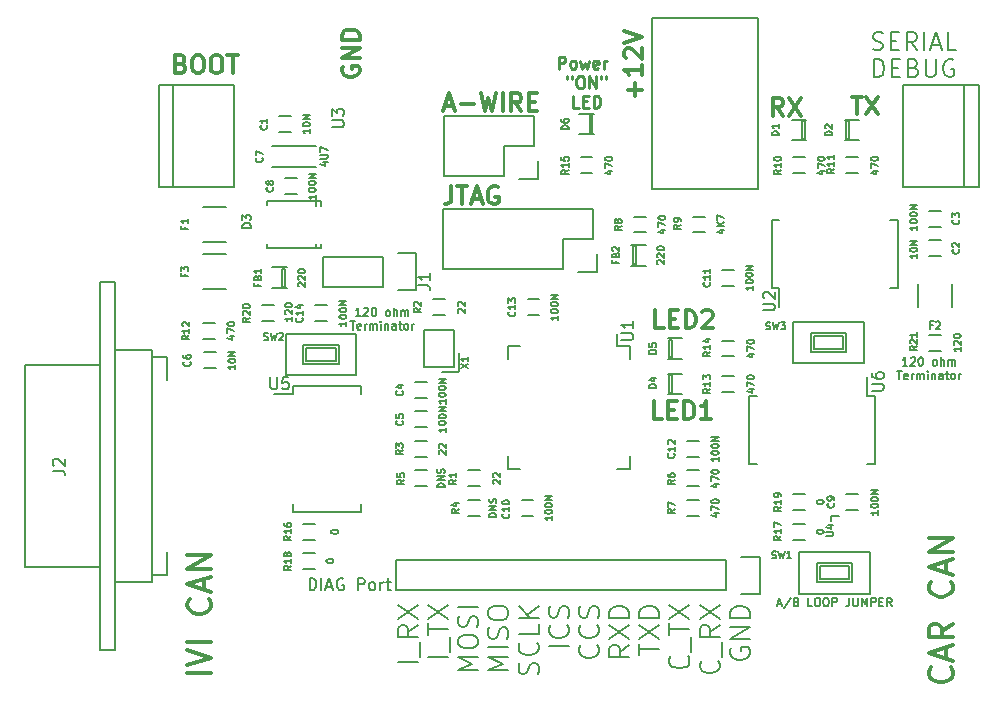
<source format=gto>
G04 #@! TF.FileFunction,Legend,Top*
%FSLAX46Y46*%
G04 Gerber Fmt 4.6, Leading zero omitted, Abs format (unit mm)*
G04 Created by KiCad (PCBNEW (2015-07-11 BZR 5925, Git c291b88)-product) date 9/14/2015 2:45:29 PM*
%MOMM*%
G01*
G04 APERTURE LIST*
%ADD10C,0.100000*%
%ADD11C,0.300000*%
%ADD12C,0.175000*%
%ADD13C,0.375000*%
%ADD14C,0.250000*%
%ADD15C,0.150000*%
G04 APERTURE END LIST*
D10*
D11*
X82021429Y-131278571D02*
X81307143Y-131278571D01*
X81307143Y-129778571D01*
X82521429Y-130492857D02*
X83021429Y-130492857D01*
X83235715Y-131278571D02*
X82521429Y-131278571D01*
X82521429Y-129778571D01*
X83235715Y-129778571D01*
X83878572Y-131278571D02*
X83878572Y-129778571D01*
X84235715Y-129778571D01*
X84450000Y-129850000D01*
X84592858Y-129992857D01*
X84664286Y-130135714D01*
X84735715Y-130421429D01*
X84735715Y-130635714D01*
X84664286Y-130921429D01*
X84592858Y-131064286D01*
X84450000Y-131207143D01*
X84235715Y-131278571D01*
X83878572Y-131278571D01*
X85307143Y-129921429D02*
X85378572Y-129850000D01*
X85521429Y-129778571D01*
X85878572Y-129778571D01*
X86021429Y-129850000D01*
X86092858Y-129921429D01*
X86164286Y-130064286D01*
X86164286Y-130207143D01*
X86092858Y-130421429D01*
X85235715Y-131278571D01*
X86164286Y-131278571D01*
X81921429Y-138978571D02*
X81207143Y-138978571D01*
X81207143Y-137478571D01*
X82421429Y-138192857D02*
X82921429Y-138192857D01*
X83135715Y-138978571D02*
X82421429Y-138978571D01*
X82421429Y-137478571D01*
X83135715Y-137478571D01*
X83778572Y-138978571D02*
X83778572Y-137478571D01*
X84135715Y-137478571D01*
X84350000Y-137550000D01*
X84492858Y-137692857D01*
X84564286Y-137835714D01*
X84635715Y-138121429D01*
X84635715Y-138335714D01*
X84564286Y-138621429D01*
X84492858Y-138764286D01*
X84350000Y-138907143D01*
X84135715Y-138978571D01*
X83778572Y-138978571D01*
X86064286Y-138978571D02*
X85207143Y-138978571D01*
X85635715Y-138978571D02*
X85635715Y-137478571D01*
X85492858Y-137692857D01*
X85350000Y-137835714D01*
X85207143Y-137907143D01*
D12*
X102666667Y-134439167D02*
X102266667Y-134439167D01*
X102466667Y-134439167D02*
X102466667Y-133739167D01*
X102400001Y-133839167D01*
X102333334Y-133905833D01*
X102266667Y-133939167D01*
X102933334Y-133805833D02*
X102966668Y-133772500D01*
X103033334Y-133739167D01*
X103200001Y-133739167D01*
X103266668Y-133772500D01*
X103300001Y-133805833D01*
X103333334Y-133872500D01*
X103333334Y-133939167D01*
X103300001Y-134039167D01*
X102900001Y-134439167D01*
X103333334Y-134439167D01*
X103766668Y-133739167D02*
X103833335Y-133739167D01*
X103900001Y-133772500D01*
X103933335Y-133805833D01*
X103966668Y-133872500D01*
X104000001Y-134005833D01*
X104000001Y-134172500D01*
X103966668Y-134305833D01*
X103933335Y-134372500D01*
X103900001Y-134405833D01*
X103833335Y-134439167D01*
X103766668Y-134439167D01*
X103700001Y-134405833D01*
X103666668Y-134372500D01*
X103633335Y-134305833D01*
X103600001Y-134172500D01*
X103600001Y-134005833D01*
X103633335Y-133872500D01*
X103666668Y-133805833D01*
X103700001Y-133772500D01*
X103766668Y-133739167D01*
X104933335Y-134439167D02*
X104866668Y-134405833D01*
X104833335Y-134372500D01*
X104800001Y-134305833D01*
X104800001Y-134105833D01*
X104833335Y-134039167D01*
X104866668Y-134005833D01*
X104933335Y-133972500D01*
X105033335Y-133972500D01*
X105100001Y-134005833D01*
X105133335Y-134039167D01*
X105166668Y-134105833D01*
X105166668Y-134305833D01*
X105133335Y-134372500D01*
X105100001Y-134405833D01*
X105033335Y-134439167D01*
X104933335Y-134439167D01*
X105466668Y-134439167D02*
X105466668Y-133739167D01*
X105766668Y-134439167D02*
X105766668Y-134072500D01*
X105733334Y-134005833D01*
X105666668Y-133972500D01*
X105566668Y-133972500D01*
X105500001Y-134005833D01*
X105466668Y-134039167D01*
X106100001Y-134439167D02*
X106100001Y-133972500D01*
X106100001Y-134039167D02*
X106133334Y-134005833D01*
X106200001Y-133972500D01*
X106300001Y-133972500D01*
X106366667Y-134005833D01*
X106400001Y-134072500D01*
X106400001Y-134439167D01*
X106400001Y-134072500D02*
X106433334Y-134005833D01*
X106500001Y-133972500D01*
X106600001Y-133972500D01*
X106666667Y-134005833D01*
X106700001Y-134072500D01*
X106700001Y-134439167D01*
X101783335Y-134894167D02*
X102183335Y-134894167D01*
X101983335Y-135594167D02*
X101983335Y-134894167D01*
X102683334Y-135560833D02*
X102616668Y-135594167D01*
X102483334Y-135594167D01*
X102416668Y-135560833D01*
X102383334Y-135494167D01*
X102383334Y-135227500D01*
X102416668Y-135160833D01*
X102483334Y-135127500D01*
X102616668Y-135127500D01*
X102683334Y-135160833D01*
X102716668Y-135227500D01*
X102716668Y-135294167D01*
X102383334Y-135360833D01*
X103016668Y-135594167D02*
X103016668Y-135127500D01*
X103016668Y-135260833D02*
X103050001Y-135194167D01*
X103083334Y-135160833D01*
X103150001Y-135127500D01*
X103216668Y-135127500D01*
X103450001Y-135594167D02*
X103450001Y-135127500D01*
X103450001Y-135194167D02*
X103483334Y-135160833D01*
X103550001Y-135127500D01*
X103650001Y-135127500D01*
X103716667Y-135160833D01*
X103750001Y-135227500D01*
X103750001Y-135594167D01*
X103750001Y-135227500D02*
X103783334Y-135160833D01*
X103850001Y-135127500D01*
X103950001Y-135127500D01*
X104016667Y-135160833D01*
X104050001Y-135227500D01*
X104050001Y-135594167D01*
X104383334Y-135594167D02*
X104383334Y-135127500D01*
X104383334Y-134894167D02*
X104350000Y-134927500D01*
X104383334Y-134960833D01*
X104416667Y-134927500D01*
X104383334Y-134894167D01*
X104383334Y-134960833D01*
X104716667Y-135127500D02*
X104716667Y-135594167D01*
X104716667Y-135194167D02*
X104750000Y-135160833D01*
X104816667Y-135127500D01*
X104916667Y-135127500D01*
X104983333Y-135160833D01*
X105016667Y-135227500D01*
X105016667Y-135594167D01*
X105650000Y-135594167D02*
X105650000Y-135227500D01*
X105616666Y-135160833D01*
X105550000Y-135127500D01*
X105416666Y-135127500D01*
X105350000Y-135160833D01*
X105650000Y-135560833D02*
X105583333Y-135594167D01*
X105416666Y-135594167D01*
X105350000Y-135560833D01*
X105316666Y-135494167D01*
X105316666Y-135427500D01*
X105350000Y-135360833D01*
X105416666Y-135327500D01*
X105583333Y-135327500D01*
X105650000Y-135294167D01*
X105883333Y-135127500D02*
X106149999Y-135127500D01*
X105983333Y-134894167D02*
X105983333Y-135494167D01*
X106016666Y-135560833D01*
X106083333Y-135594167D01*
X106149999Y-135594167D01*
X106483333Y-135594167D02*
X106416666Y-135560833D01*
X106383333Y-135527500D01*
X106349999Y-135460833D01*
X106349999Y-135260833D01*
X106383333Y-135194167D01*
X106416666Y-135160833D01*
X106483333Y-135127500D01*
X106583333Y-135127500D01*
X106649999Y-135160833D01*
X106683333Y-135194167D01*
X106716666Y-135260833D01*
X106716666Y-135460833D01*
X106683333Y-135527500D01*
X106649999Y-135560833D01*
X106583333Y-135594167D01*
X106483333Y-135594167D01*
X107016666Y-135594167D02*
X107016666Y-135127500D01*
X107016666Y-135260833D02*
X107049999Y-135194167D01*
X107083332Y-135160833D01*
X107149999Y-135127500D01*
X107216666Y-135127500D01*
X56366667Y-130239167D02*
X55966667Y-130239167D01*
X56166667Y-130239167D02*
X56166667Y-129539167D01*
X56100001Y-129639167D01*
X56033334Y-129705833D01*
X55966667Y-129739167D01*
X56633334Y-129605833D02*
X56666668Y-129572500D01*
X56733334Y-129539167D01*
X56900001Y-129539167D01*
X56966668Y-129572500D01*
X57000001Y-129605833D01*
X57033334Y-129672500D01*
X57033334Y-129739167D01*
X57000001Y-129839167D01*
X56600001Y-130239167D01*
X57033334Y-130239167D01*
X57466668Y-129539167D02*
X57533335Y-129539167D01*
X57600001Y-129572500D01*
X57633335Y-129605833D01*
X57666668Y-129672500D01*
X57700001Y-129805833D01*
X57700001Y-129972500D01*
X57666668Y-130105833D01*
X57633335Y-130172500D01*
X57600001Y-130205833D01*
X57533335Y-130239167D01*
X57466668Y-130239167D01*
X57400001Y-130205833D01*
X57366668Y-130172500D01*
X57333335Y-130105833D01*
X57300001Y-129972500D01*
X57300001Y-129805833D01*
X57333335Y-129672500D01*
X57366668Y-129605833D01*
X57400001Y-129572500D01*
X57466668Y-129539167D01*
X58633335Y-130239167D02*
X58566668Y-130205833D01*
X58533335Y-130172500D01*
X58500001Y-130105833D01*
X58500001Y-129905833D01*
X58533335Y-129839167D01*
X58566668Y-129805833D01*
X58633335Y-129772500D01*
X58733335Y-129772500D01*
X58800001Y-129805833D01*
X58833335Y-129839167D01*
X58866668Y-129905833D01*
X58866668Y-130105833D01*
X58833335Y-130172500D01*
X58800001Y-130205833D01*
X58733335Y-130239167D01*
X58633335Y-130239167D01*
X59166668Y-130239167D02*
X59166668Y-129539167D01*
X59466668Y-130239167D02*
X59466668Y-129872500D01*
X59433334Y-129805833D01*
X59366668Y-129772500D01*
X59266668Y-129772500D01*
X59200001Y-129805833D01*
X59166668Y-129839167D01*
X59800001Y-130239167D02*
X59800001Y-129772500D01*
X59800001Y-129839167D02*
X59833334Y-129805833D01*
X59900001Y-129772500D01*
X60000001Y-129772500D01*
X60066667Y-129805833D01*
X60100001Y-129872500D01*
X60100001Y-130239167D01*
X60100001Y-129872500D02*
X60133334Y-129805833D01*
X60200001Y-129772500D01*
X60300001Y-129772500D01*
X60366667Y-129805833D01*
X60400001Y-129872500D01*
X60400001Y-130239167D01*
X55483335Y-130694167D02*
X55883335Y-130694167D01*
X55683335Y-131394167D02*
X55683335Y-130694167D01*
X56383334Y-131360833D02*
X56316668Y-131394167D01*
X56183334Y-131394167D01*
X56116668Y-131360833D01*
X56083334Y-131294167D01*
X56083334Y-131027500D01*
X56116668Y-130960833D01*
X56183334Y-130927500D01*
X56316668Y-130927500D01*
X56383334Y-130960833D01*
X56416668Y-131027500D01*
X56416668Y-131094167D01*
X56083334Y-131160833D01*
X56716668Y-131394167D02*
X56716668Y-130927500D01*
X56716668Y-131060833D02*
X56750001Y-130994167D01*
X56783334Y-130960833D01*
X56850001Y-130927500D01*
X56916668Y-130927500D01*
X57150001Y-131394167D02*
X57150001Y-130927500D01*
X57150001Y-130994167D02*
X57183334Y-130960833D01*
X57250001Y-130927500D01*
X57350001Y-130927500D01*
X57416667Y-130960833D01*
X57450001Y-131027500D01*
X57450001Y-131394167D01*
X57450001Y-131027500D02*
X57483334Y-130960833D01*
X57550001Y-130927500D01*
X57650001Y-130927500D01*
X57716667Y-130960833D01*
X57750001Y-131027500D01*
X57750001Y-131394167D01*
X58083334Y-131394167D02*
X58083334Y-130927500D01*
X58083334Y-130694167D02*
X58050000Y-130727500D01*
X58083334Y-130760833D01*
X58116667Y-130727500D01*
X58083334Y-130694167D01*
X58083334Y-130760833D01*
X58416667Y-130927500D02*
X58416667Y-131394167D01*
X58416667Y-130994167D02*
X58450000Y-130960833D01*
X58516667Y-130927500D01*
X58616667Y-130927500D01*
X58683333Y-130960833D01*
X58716667Y-131027500D01*
X58716667Y-131394167D01*
X59350000Y-131394167D02*
X59350000Y-131027500D01*
X59316666Y-130960833D01*
X59250000Y-130927500D01*
X59116666Y-130927500D01*
X59050000Y-130960833D01*
X59350000Y-131360833D02*
X59283333Y-131394167D01*
X59116666Y-131394167D01*
X59050000Y-131360833D01*
X59016666Y-131294167D01*
X59016666Y-131227500D01*
X59050000Y-131160833D01*
X59116666Y-131127500D01*
X59283333Y-131127500D01*
X59350000Y-131094167D01*
X59583333Y-130927500D02*
X59849999Y-130927500D01*
X59683333Y-130694167D02*
X59683333Y-131294167D01*
X59716666Y-131360833D01*
X59783333Y-131394167D01*
X59849999Y-131394167D01*
X60183333Y-131394167D02*
X60116666Y-131360833D01*
X60083333Y-131327500D01*
X60049999Y-131260833D01*
X60049999Y-131060833D01*
X60083333Y-130994167D01*
X60116666Y-130960833D01*
X60183333Y-130927500D01*
X60283333Y-130927500D01*
X60349999Y-130960833D01*
X60383333Y-130994167D01*
X60416666Y-131060833D01*
X60416666Y-131260833D01*
X60383333Y-131327500D01*
X60349999Y-131360833D01*
X60283333Y-131394167D01*
X60183333Y-131394167D01*
X60716666Y-131394167D02*
X60716666Y-130927500D01*
X60716666Y-131060833D02*
X60749999Y-130994167D01*
X60783332Y-130960833D01*
X60849999Y-130927500D01*
X60916666Y-130927500D01*
D13*
X106314286Y-160004762D02*
X106409524Y-160100000D01*
X106504762Y-160385715D01*
X106504762Y-160576191D01*
X106409524Y-160861905D01*
X106219048Y-161052381D01*
X106028571Y-161147620D01*
X105647619Y-161242858D01*
X105361905Y-161242858D01*
X104980952Y-161147620D01*
X104790476Y-161052381D01*
X104600000Y-160861905D01*
X104504762Y-160576191D01*
X104504762Y-160385715D01*
X104600000Y-160100000D01*
X104695238Y-160004762D01*
X105933333Y-159242858D02*
X105933333Y-158290477D01*
X106504762Y-159433334D02*
X104504762Y-158766667D01*
X106504762Y-158100000D01*
X106504762Y-156290476D02*
X105552381Y-156957143D01*
X106504762Y-157433334D02*
X104504762Y-157433334D01*
X104504762Y-156671429D01*
X104600000Y-156480953D01*
X104695238Y-156385714D01*
X104885714Y-156290476D01*
X105171429Y-156290476D01*
X105361905Y-156385714D01*
X105457143Y-156480953D01*
X105552381Y-156671429D01*
X105552381Y-157433334D01*
X106314286Y-152766666D02*
X106409524Y-152861904D01*
X106504762Y-153147619D01*
X106504762Y-153338095D01*
X106409524Y-153623809D01*
X106219048Y-153814285D01*
X106028571Y-153909524D01*
X105647619Y-154004762D01*
X105361905Y-154004762D01*
X104980952Y-153909524D01*
X104790476Y-153814285D01*
X104600000Y-153623809D01*
X104504762Y-153338095D01*
X104504762Y-153147619D01*
X104600000Y-152861904D01*
X104695238Y-152766666D01*
X105933333Y-152004762D02*
X105933333Y-151052381D01*
X106504762Y-152195238D02*
X104504762Y-151528571D01*
X106504762Y-150861904D01*
X106504762Y-150195238D02*
X104504762Y-150195238D01*
X106504762Y-149052380D01*
X104504762Y-149052380D01*
D11*
X54850000Y-109142857D02*
X54778571Y-109285714D01*
X54778571Y-109500000D01*
X54850000Y-109714285D01*
X54992857Y-109857143D01*
X55135714Y-109928571D01*
X55421429Y-110000000D01*
X55635714Y-110000000D01*
X55921429Y-109928571D01*
X56064286Y-109857143D01*
X56207143Y-109714285D01*
X56278571Y-109500000D01*
X56278571Y-109357143D01*
X56207143Y-109142857D01*
X56135714Y-109071428D01*
X55635714Y-109071428D01*
X55635714Y-109357143D01*
X56278571Y-108428571D02*
X54778571Y-108428571D01*
X56278571Y-107571428D01*
X54778571Y-107571428D01*
X56278571Y-106857142D02*
X54778571Y-106857142D01*
X54778571Y-106499999D01*
X54850000Y-106285714D01*
X54992857Y-106142856D01*
X55135714Y-106071428D01*
X55421429Y-105999999D01*
X55635714Y-105999999D01*
X55921429Y-106071428D01*
X56064286Y-106142856D01*
X56207143Y-106285714D01*
X56278571Y-106499999D01*
X56278571Y-106857142D01*
D14*
X73142857Y-109302381D02*
X73142857Y-108302381D01*
X73523810Y-108302381D01*
X73619048Y-108350000D01*
X73666667Y-108397619D01*
X73714286Y-108492857D01*
X73714286Y-108635714D01*
X73666667Y-108730952D01*
X73619048Y-108778571D01*
X73523810Y-108826190D01*
X73142857Y-108826190D01*
X74285714Y-109302381D02*
X74190476Y-109254762D01*
X74142857Y-109207143D01*
X74095238Y-109111905D01*
X74095238Y-108826190D01*
X74142857Y-108730952D01*
X74190476Y-108683333D01*
X74285714Y-108635714D01*
X74428572Y-108635714D01*
X74523810Y-108683333D01*
X74571429Y-108730952D01*
X74619048Y-108826190D01*
X74619048Y-109111905D01*
X74571429Y-109207143D01*
X74523810Y-109254762D01*
X74428572Y-109302381D01*
X74285714Y-109302381D01*
X74952381Y-108635714D02*
X75142857Y-109302381D01*
X75333334Y-108826190D01*
X75523810Y-109302381D01*
X75714286Y-108635714D01*
X76476191Y-109254762D02*
X76380953Y-109302381D01*
X76190476Y-109302381D01*
X76095238Y-109254762D01*
X76047619Y-109159524D01*
X76047619Y-108778571D01*
X76095238Y-108683333D01*
X76190476Y-108635714D01*
X76380953Y-108635714D01*
X76476191Y-108683333D01*
X76523810Y-108778571D01*
X76523810Y-108873810D01*
X76047619Y-108969048D01*
X76952381Y-109302381D02*
X76952381Y-108635714D01*
X76952381Y-108826190D02*
X77000000Y-108730952D01*
X77047619Y-108683333D01*
X77142857Y-108635714D01*
X77238096Y-108635714D01*
X73880952Y-109952381D02*
X73880952Y-110142857D01*
X74261905Y-109952381D02*
X74261905Y-110142857D01*
X74880952Y-109952381D02*
X75071429Y-109952381D01*
X75166667Y-110000000D01*
X75261905Y-110095238D01*
X75309524Y-110285714D01*
X75309524Y-110619048D01*
X75261905Y-110809524D01*
X75166667Y-110904762D01*
X75071429Y-110952381D01*
X74880952Y-110952381D01*
X74785714Y-110904762D01*
X74690476Y-110809524D01*
X74642857Y-110619048D01*
X74642857Y-110285714D01*
X74690476Y-110095238D01*
X74785714Y-110000000D01*
X74880952Y-109952381D01*
X75738095Y-110952381D02*
X75738095Y-109952381D01*
X76309524Y-110952381D01*
X76309524Y-109952381D01*
X76738095Y-109952381D02*
X76738095Y-110142857D01*
X77119048Y-109952381D02*
X77119048Y-110142857D01*
X74857143Y-112602381D02*
X74380952Y-112602381D01*
X74380952Y-111602381D01*
X75190476Y-112078571D02*
X75523810Y-112078571D01*
X75666667Y-112602381D02*
X75190476Y-112602381D01*
X75190476Y-111602381D01*
X75666667Y-111602381D01*
X76095238Y-112602381D02*
X76095238Y-111602381D01*
X76333333Y-111602381D01*
X76476191Y-111650000D01*
X76571429Y-111745238D01*
X76619048Y-111840476D01*
X76666667Y-112030952D01*
X76666667Y-112173810D01*
X76619048Y-112364286D01*
X76571429Y-112459524D01*
X76476191Y-112554762D01*
X76333333Y-112602381D01*
X76095238Y-112602381D01*
D13*
X43704762Y-160500001D02*
X41704762Y-160500001D01*
X41704762Y-159833334D02*
X43704762Y-159166667D01*
X41704762Y-158500000D01*
X43704762Y-157833334D02*
X41704762Y-157833334D01*
X43514286Y-154214285D02*
X43609524Y-154309523D01*
X43704762Y-154595238D01*
X43704762Y-154785714D01*
X43609524Y-155071428D01*
X43419048Y-155261904D01*
X43228571Y-155357143D01*
X42847619Y-155452381D01*
X42561905Y-155452381D01*
X42180952Y-155357143D01*
X41990476Y-155261904D01*
X41800000Y-155071428D01*
X41704762Y-154785714D01*
X41704762Y-154595238D01*
X41800000Y-154309523D01*
X41895238Y-154214285D01*
X43133333Y-153452381D02*
X43133333Y-152500000D01*
X43704762Y-153642857D02*
X41704762Y-152976190D01*
X43704762Y-152309523D01*
X43704762Y-151642857D02*
X41704762Y-151642857D01*
X43704762Y-150499999D01*
X41704762Y-150499999D01*
D12*
X91666668Y-154616667D02*
X92000002Y-154616667D01*
X91600002Y-154816667D02*
X91833335Y-154116667D01*
X92066668Y-154816667D01*
X92800002Y-154083333D02*
X92200002Y-154983333D01*
X93266668Y-154450000D02*
X93366668Y-154483333D01*
X93400001Y-154516667D01*
X93433335Y-154583333D01*
X93433335Y-154683333D01*
X93400001Y-154750000D01*
X93366668Y-154783333D01*
X93300001Y-154816667D01*
X93033335Y-154816667D01*
X93033335Y-154116667D01*
X93266668Y-154116667D01*
X93333335Y-154150000D01*
X93366668Y-154183333D01*
X93400001Y-154250000D01*
X93400001Y-154316667D01*
X93366668Y-154383333D01*
X93333335Y-154416667D01*
X93266668Y-154450000D01*
X93033335Y-154450000D01*
X94600001Y-154816667D02*
X94266668Y-154816667D01*
X94266668Y-154116667D01*
X94966668Y-154116667D02*
X95100001Y-154116667D01*
X95166668Y-154150000D01*
X95233335Y-154216667D01*
X95266668Y-154350000D01*
X95266668Y-154583333D01*
X95233335Y-154716667D01*
X95166668Y-154783333D01*
X95100001Y-154816667D01*
X94966668Y-154816667D01*
X94900001Y-154783333D01*
X94833335Y-154716667D01*
X94800001Y-154583333D01*
X94800001Y-154350000D01*
X94833335Y-154216667D01*
X94900001Y-154150000D01*
X94966668Y-154116667D01*
X95700001Y-154116667D02*
X95833334Y-154116667D01*
X95900001Y-154150000D01*
X95966668Y-154216667D01*
X96000001Y-154350000D01*
X96000001Y-154583333D01*
X95966668Y-154716667D01*
X95900001Y-154783333D01*
X95833334Y-154816667D01*
X95700001Y-154816667D01*
X95633334Y-154783333D01*
X95566668Y-154716667D01*
X95533334Y-154583333D01*
X95533334Y-154350000D01*
X95566668Y-154216667D01*
X95633334Y-154150000D01*
X95700001Y-154116667D01*
X96300001Y-154816667D02*
X96300001Y-154116667D01*
X96566667Y-154116667D01*
X96633334Y-154150000D01*
X96666667Y-154183333D01*
X96700001Y-154250000D01*
X96700001Y-154350000D01*
X96666667Y-154416667D01*
X96633334Y-154450000D01*
X96566667Y-154483333D01*
X96300001Y-154483333D01*
X97733334Y-154116667D02*
X97733334Y-154616667D01*
X97700000Y-154716667D01*
X97633334Y-154783333D01*
X97533334Y-154816667D01*
X97466667Y-154816667D01*
X98066667Y-154116667D02*
X98066667Y-154683333D01*
X98100000Y-154750000D01*
X98133333Y-154783333D01*
X98200000Y-154816667D01*
X98333333Y-154816667D01*
X98400000Y-154783333D01*
X98433333Y-154750000D01*
X98466667Y-154683333D01*
X98466667Y-154116667D01*
X98800000Y-154816667D02*
X98800000Y-154116667D01*
X99033333Y-154616667D01*
X99266666Y-154116667D01*
X99266666Y-154816667D01*
X99600000Y-154816667D02*
X99600000Y-154116667D01*
X99866666Y-154116667D01*
X99933333Y-154150000D01*
X99966666Y-154183333D01*
X100000000Y-154250000D01*
X100000000Y-154350000D01*
X99966666Y-154416667D01*
X99933333Y-154450000D01*
X99866666Y-154483333D01*
X99600000Y-154483333D01*
X100300000Y-154450000D02*
X100533333Y-154450000D01*
X100633333Y-154816667D02*
X100300000Y-154816667D01*
X100300000Y-154116667D01*
X100633333Y-154116667D01*
X101333333Y-154816667D02*
X101099999Y-154483333D01*
X100933333Y-154816667D02*
X100933333Y-154116667D01*
X101199999Y-154116667D01*
X101266666Y-154150000D01*
X101299999Y-154183333D01*
X101333333Y-154250000D01*
X101333333Y-154350000D01*
X101299999Y-154416667D01*
X101266666Y-154450000D01*
X101199999Y-154483333D01*
X100933333Y-154483333D01*
D11*
X92150001Y-113278571D02*
X91650001Y-112564286D01*
X91292858Y-113278571D02*
X91292858Y-111778571D01*
X91864286Y-111778571D01*
X92007144Y-111850000D01*
X92078572Y-111921429D01*
X92150001Y-112064286D01*
X92150001Y-112278571D01*
X92078572Y-112421429D01*
X92007144Y-112492857D01*
X91864286Y-112564286D01*
X91292858Y-112564286D01*
X92650001Y-111778571D02*
X93650001Y-113278571D01*
X93650001Y-111778571D02*
X92650001Y-113278571D01*
X97957143Y-111678571D02*
X98814286Y-111678571D01*
X98385715Y-113178571D02*
X98385715Y-111678571D01*
X99171429Y-111678571D02*
X100171429Y-113178571D01*
X100171429Y-111678571D02*
X99171429Y-113178571D01*
D12*
X99735714Y-107669643D02*
X99950000Y-107741071D01*
X100307143Y-107741071D01*
X100450000Y-107669643D01*
X100521429Y-107598214D01*
X100592857Y-107455357D01*
X100592857Y-107312500D01*
X100521429Y-107169643D01*
X100450000Y-107098214D01*
X100307143Y-107026786D01*
X100021429Y-106955357D01*
X99878571Y-106883929D01*
X99807143Y-106812500D01*
X99735714Y-106669643D01*
X99735714Y-106526786D01*
X99807143Y-106383929D01*
X99878571Y-106312500D01*
X100021429Y-106241071D01*
X100378571Y-106241071D01*
X100592857Y-106312500D01*
X101235714Y-106955357D02*
X101735714Y-106955357D01*
X101950000Y-107741071D02*
X101235714Y-107741071D01*
X101235714Y-106241071D01*
X101950000Y-106241071D01*
X103450000Y-107741071D02*
X102950000Y-107026786D01*
X102592857Y-107741071D02*
X102592857Y-106241071D01*
X103164285Y-106241071D01*
X103307143Y-106312500D01*
X103378571Y-106383929D01*
X103450000Y-106526786D01*
X103450000Y-106741071D01*
X103378571Y-106883929D01*
X103307143Y-106955357D01*
X103164285Y-107026786D01*
X102592857Y-107026786D01*
X104092857Y-107741071D02*
X104092857Y-106241071D01*
X104735714Y-107312500D02*
X105450000Y-107312500D01*
X104592857Y-107741071D02*
X105092857Y-106241071D01*
X105592857Y-107741071D01*
X106807143Y-107741071D02*
X106092857Y-107741071D01*
X106092857Y-106241071D01*
X99842857Y-110016071D02*
X99842857Y-108516071D01*
X100200000Y-108516071D01*
X100414285Y-108587500D01*
X100557143Y-108730357D01*
X100628571Y-108873214D01*
X100700000Y-109158929D01*
X100700000Y-109373214D01*
X100628571Y-109658929D01*
X100557143Y-109801786D01*
X100414285Y-109944643D01*
X100200000Y-110016071D01*
X99842857Y-110016071D01*
X101342857Y-109230357D02*
X101842857Y-109230357D01*
X102057143Y-110016071D02*
X101342857Y-110016071D01*
X101342857Y-108516071D01*
X102057143Y-108516071D01*
X103200000Y-109230357D02*
X103414286Y-109301786D01*
X103485714Y-109373214D01*
X103557143Y-109516071D01*
X103557143Y-109730357D01*
X103485714Y-109873214D01*
X103414286Y-109944643D01*
X103271428Y-110016071D01*
X102700000Y-110016071D01*
X102700000Y-108516071D01*
X103200000Y-108516071D01*
X103342857Y-108587500D01*
X103414286Y-108658929D01*
X103485714Y-108801786D01*
X103485714Y-108944643D01*
X103414286Y-109087500D01*
X103342857Y-109158929D01*
X103200000Y-109230357D01*
X102700000Y-109230357D01*
X104200000Y-108516071D02*
X104200000Y-109730357D01*
X104271428Y-109873214D01*
X104342857Y-109944643D01*
X104485714Y-110016071D01*
X104771428Y-110016071D01*
X104914286Y-109944643D01*
X104985714Y-109873214D01*
X105057143Y-109730357D01*
X105057143Y-108516071D01*
X106557143Y-108587500D02*
X106414286Y-108516071D01*
X106200000Y-108516071D01*
X105985715Y-108587500D01*
X105842857Y-108730357D01*
X105771429Y-108873214D01*
X105700000Y-109158929D01*
X105700000Y-109373214D01*
X105771429Y-109658929D01*
X105842857Y-109801786D01*
X105985715Y-109944643D01*
X106200000Y-110016071D01*
X106342857Y-110016071D01*
X106557143Y-109944643D01*
X106628572Y-109873214D01*
X106628572Y-109373214D01*
X106342857Y-109373214D01*
D11*
X41164286Y-108892857D02*
X41378572Y-108964286D01*
X41450000Y-109035714D01*
X41521429Y-109178571D01*
X41521429Y-109392857D01*
X41450000Y-109535714D01*
X41378572Y-109607143D01*
X41235714Y-109678571D01*
X40664286Y-109678571D01*
X40664286Y-108178571D01*
X41164286Y-108178571D01*
X41307143Y-108250000D01*
X41378572Y-108321429D01*
X41450000Y-108464286D01*
X41450000Y-108607143D01*
X41378572Y-108750000D01*
X41307143Y-108821429D01*
X41164286Y-108892857D01*
X40664286Y-108892857D01*
X42450000Y-108178571D02*
X42735714Y-108178571D01*
X42878572Y-108250000D01*
X43021429Y-108392857D01*
X43092857Y-108678571D01*
X43092857Y-109178571D01*
X43021429Y-109464286D01*
X42878572Y-109607143D01*
X42735714Y-109678571D01*
X42450000Y-109678571D01*
X42307143Y-109607143D01*
X42164286Y-109464286D01*
X42092857Y-109178571D01*
X42092857Y-108678571D01*
X42164286Y-108392857D01*
X42307143Y-108250000D01*
X42450000Y-108178571D01*
X44021429Y-108178571D02*
X44307143Y-108178571D01*
X44450001Y-108250000D01*
X44592858Y-108392857D01*
X44664286Y-108678571D01*
X44664286Y-109178571D01*
X44592858Y-109464286D01*
X44450001Y-109607143D01*
X44307143Y-109678571D01*
X44021429Y-109678571D01*
X43878572Y-109607143D01*
X43735715Y-109464286D01*
X43664286Y-109178571D01*
X43664286Y-108678571D01*
X43735715Y-108392857D01*
X43878572Y-108250000D01*
X44021429Y-108178571D01*
X45092858Y-108178571D02*
X45950001Y-108178571D01*
X45521430Y-109678571D02*
X45521430Y-108178571D01*
X79607143Y-111642856D02*
X79607143Y-110499999D01*
X80178571Y-111071428D02*
X79035714Y-111071428D01*
X80178571Y-108999999D02*
X80178571Y-109857142D01*
X80178571Y-109428570D02*
X78678571Y-109428570D01*
X78892857Y-109571427D01*
X79035714Y-109714285D01*
X79107143Y-109857142D01*
X78821429Y-108428571D02*
X78750000Y-108357142D01*
X78678571Y-108214285D01*
X78678571Y-107857142D01*
X78750000Y-107714285D01*
X78821429Y-107642856D01*
X78964286Y-107571428D01*
X79107143Y-107571428D01*
X79321429Y-107642856D01*
X80178571Y-108499999D01*
X80178571Y-107571428D01*
X78678571Y-107142857D02*
X80178571Y-106642857D01*
X78678571Y-106142857D01*
X64050000Y-119278571D02*
X64050000Y-120350000D01*
X63978572Y-120564286D01*
X63835715Y-120707143D01*
X63621429Y-120778571D01*
X63478572Y-120778571D01*
X64550000Y-119278571D02*
X65407143Y-119278571D01*
X64978572Y-120778571D02*
X64978572Y-119278571D01*
X65835714Y-120350000D02*
X66550000Y-120350000D01*
X65692857Y-120778571D02*
X66192857Y-119278571D01*
X66692857Y-120778571D01*
X67978571Y-119350000D02*
X67835714Y-119278571D01*
X67621428Y-119278571D01*
X67407143Y-119350000D01*
X67264285Y-119492857D01*
X67192857Y-119635714D01*
X67121428Y-119921429D01*
X67121428Y-120135714D01*
X67192857Y-120421429D01*
X67264285Y-120564286D01*
X67407143Y-120707143D01*
X67621428Y-120778571D01*
X67764285Y-120778571D01*
X67978571Y-120707143D01*
X68050000Y-120635714D01*
X68050000Y-120135714D01*
X67764285Y-120135714D01*
X63471428Y-112450000D02*
X64185714Y-112450000D01*
X63328571Y-112878571D02*
X63828571Y-111378571D01*
X64328571Y-112878571D01*
X64828571Y-112307143D02*
X65971428Y-112307143D01*
X66542857Y-111378571D02*
X66900000Y-112878571D01*
X67185714Y-111807143D01*
X67471428Y-112878571D01*
X67828571Y-111378571D01*
X68400000Y-112878571D02*
X68400000Y-111378571D01*
X69971429Y-112878571D02*
X69471429Y-112164286D01*
X69114286Y-112878571D02*
X69114286Y-111378571D01*
X69685714Y-111378571D01*
X69828572Y-111450000D01*
X69900000Y-111521429D01*
X69971429Y-111664286D01*
X69971429Y-111878571D01*
X69900000Y-112021429D01*
X69828572Y-112092857D01*
X69685714Y-112164286D01*
X69114286Y-112164286D01*
X70614286Y-112092857D02*
X71114286Y-112092857D01*
X71328572Y-112878571D02*
X70614286Y-112878571D01*
X70614286Y-111378571D01*
X71328572Y-111378571D01*
D12*
X61216548Y-159519048D02*
X59516548Y-159519048D01*
X61378452Y-159114286D02*
X61378452Y-157819048D01*
X61216548Y-156442858D02*
X60407024Y-157009524D01*
X61216548Y-157414286D02*
X59516548Y-157414286D01*
X59516548Y-156766667D01*
X59597500Y-156604762D01*
X59678452Y-156523810D01*
X59840357Y-156442858D01*
X60083214Y-156442858D01*
X60245119Y-156523810D01*
X60326071Y-156604762D01*
X60407024Y-156766667D01*
X60407024Y-157414286D01*
X59516548Y-155876191D02*
X61216548Y-154742858D01*
X59516548Y-154742858D02*
X61216548Y-155876191D01*
X63771548Y-159114286D02*
X62071548Y-159114286D01*
X63933452Y-158709524D02*
X63933452Y-157414286D01*
X62071548Y-157252381D02*
X62071548Y-156280953D01*
X63771548Y-156766667D02*
X62071548Y-156766667D01*
X62071548Y-155876191D02*
X63771548Y-154742858D01*
X62071548Y-154742858D02*
X63771548Y-155876191D01*
X66326548Y-160247619D02*
X64626548Y-160247619D01*
X65840833Y-159680952D01*
X64626548Y-159114286D01*
X66326548Y-159114286D01*
X64626548Y-157980953D02*
X64626548Y-157657143D01*
X64707500Y-157495238D01*
X64869405Y-157333334D01*
X65193214Y-157252381D01*
X65759881Y-157252381D01*
X66083690Y-157333334D01*
X66245595Y-157495238D01*
X66326548Y-157657143D01*
X66326548Y-157980953D01*
X66245595Y-158142857D01*
X66083690Y-158304762D01*
X65759881Y-158385714D01*
X65193214Y-158385714D01*
X64869405Y-158304762D01*
X64707500Y-158142857D01*
X64626548Y-157980953D01*
X66245595Y-156604762D02*
X66326548Y-156361905D01*
X66326548Y-155957143D01*
X66245595Y-155795239D01*
X66164643Y-155714286D01*
X66002738Y-155633334D01*
X65840833Y-155633334D01*
X65678929Y-155714286D01*
X65597976Y-155795239D01*
X65517024Y-155957143D01*
X65436071Y-156280953D01*
X65355119Y-156442858D01*
X65274167Y-156523810D01*
X65112262Y-156604762D01*
X64950357Y-156604762D01*
X64788452Y-156523810D01*
X64707500Y-156442858D01*
X64626548Y-156280953D01*
X64626548Y-155876191D01*
X64707500Y-155633334D01*
X66326548Y-154904762D02*
X64626548Y-154904762D01*
X68881548Y-160247619D02*
X67181548Y-160247619D01*
X68395833Y-159680952D01*
X67181548Y-159114286D01*
X68881548Y-159114286D01*
X68881548Y-158304762D02*
X67181548Y-158304762D01*
X68800595Y-157576190D02*
X68881548Y-157333333D01*
X68881548Y-156928571D01*
X68800595Y-156766667D01*
X68719643Y-156685714D01*
X68557738Y-156604762D01*
X68395833Y-156604762D01*
X68233929Y-156685714D01*
X68152976Y-156766667D01*
X68072024Y-156928571D01*
X67991071Y-157252381D01*
X67910119Y-157414286D01*
X67829167Y-157495238D01*
X67667262Y-157576190D01*
X67505357Y-157576190D01*
X67343452Y-157495238D01*
X67262500Y-157414286D01*
X67181548Y-157252381D01*
X67181548Y-156847619D01*
X67262500Y-156604762D01*
X67181548Y-155552381D02*
X67181548Y-155228571D01*
X67262500Y-155066666D01*
X67424405Y-154904762D01*
X67748214Y-154823809D01*
X68314881Y-154823809D01*
X68638690Y-154904762D01*
X68800595Y-155066666D01*
X68881548Y-155228571D01*
X68881548Y-155552381D01*
X68800595Y-155714285D01*
X68638690Y-155876190D01*
X68314881Y-155957142D01*
X67748214Y-155957142D01*
X67424405Y-155876190D01*
X67262500Y-155714285D01*
X67181548Y-155552381D01*
X71355595Y-160571428D02*
X71436548Y-160328571D01*
X71436548Y-159923809D01*
X71355595Y-159761905D01*
X71274643Y-159680952D01*
X71112738Y-159600000D01*
X70950833Y-159600000D01*
X70788929Y-159680952D01*
X70707976Y-159761905D01*
X70627024Y-159923809D01*
X70546071Y-160247619D01*
X70465119Y-160409524D01*
X70384167Y-160490476D01*
X70222262Y-160571428D01*
X70060357Y-160571428D01*
X69898452Y-160490476D01*
X69817500Y-160409524D01*
X69736548Y-160247619D01*
X69736548Y-159842857D01*
X69817500Y-159600000D01*
X71274643Y-157900000D02*
X71355595Y-157980952D01*
X71436548Y-158223809D01*
X71436548Y-158385714D01*
X71355595Y-158628571D01*
X71193690Y-158790476D01*
X71031786Y-158871428D01*
X70707976Y-158952380D01*
X70465119Y-158952380D01*
X70141310Y-158871428D01*
X69979405Y-158790476D01*
X69817500Y-158628571D01*
X69736548Y-158385714D01*
X69736548Y-158223809D01*
X69817500Y-157980952D01*
X69898452Y-157900000D01*
X71436548Y-156361904D02*
X71436548Y-157171428D01*
X69736548Y-157171428D01*
X71436548Y-155795238D02*
X69736548Y-155795238D01*
X71436548Y-154823810D02*
X70465119Y-155552381D01*
X69736548Y-154823810D02*
X70707976Y-155795238D01*
X73991548Y-158223810D02*
X72291548Y-158223810D01*
X73829643Y-156442858D02*
X73910595Y-156523810D01*
X73991548Y-156766667D01*
X73991548Y-156928572D01*
X73910595Y-157171429D01*
X73748690Y-157333334D01*
X73586786Y-157414286D01*
X73262976Y-157495238D01*
X73020119Y-157495238D01*
X72696310Y-157414286D01*
X72534405Y-157333334D01*
X72372500Y-157171429D01*
X72291548Y-156928572D01*
X72291548Y-156766667D01*
X72372500Y-156523810D01*
X72453452Y-156442858D01*
X73910595Y-155795238D02*
X73991548Y-155552381D01*
X73991548Y-155147619D01*
X73910595Y-154985715D01*
X73829643Y-154904762D01*
X73667738Y-154823810D01*
X73505833Y-154823810D01*
X73343929Y-154904762D01*
X73262976Y-154985715D01*
X73182024Y-155147619D01*
X73101071Y-155471429D01*
X73020119Y-155633334D01*
X72939167Y-155714286D01*
X72777262Y-155795238D01*
X72615357Y-155795238D01*
X72453452Y-155714286D01*
X72372500Y-155633334D01*
X72291548Y-155471429D01*
X72291548Y-155066667D01*
X72372500Y-154823810D01*
X76384643Y-158142858D02*
X76465595Y-158223810D01*
X76546548Y-158466667D01*
X76546548Y-158628572D01*
X76465595Y-158871429D01*
X76303690Y-159033334D01*
X76141786Y-159114286D01*
X75817976Y-159195238D01*
X75575119Y-159195238D01*
X75251310Y-159114286D01*
X75089405Y-159033334D01*
X74927500Y-158871429D01*
X74846548Y-158628572D01*
X74846548Y-158466667D01*
X74927500Y-158223810D01*
X75008452Y-158142858D01*
X76384643Y-156442858D02*
X76465595Y-156523810D01*
X76546548Y-156766667D01*
X76546548Y-156928572D01*
X76465595Y-157171429D01*
X76303690Y-157333334D01*
X76141786Y-157414286D01*
X75817976Y-157495238D01*
X75575119Y-157495238D01*
X75251310Y-157414286D01*
X75089405Y-157333334D01*
X74927500Y-157171429D01*
X74846548Y-156928572D01*
X74846548Y-156766667D01*
X74927500Y-156523810D01*
X75008452Y-156442858D01*
X76465595Y-155795238D02*
X76546548Y-155552381D01*
X76546548Y-155147619D01*
X76465595Y-154985715D01*
X76384643Y-154904762D01*
X76222738Y-154823810D01*
X76060833Y-154823810D01*
X75898929Y-154904762D01*
X75817976Y-154985715D01*
X75737024Y-155147619D01*
X75656071Y-155471429D01*
X75575119Y-155633334D01*
X75494167Y-155714286D01*
X75332262Y-155795238D01*
X75170357Y-155795238D01*
X75008452Y-155714286D01*
X74927500Y-155633334D01*
X74846548Y-155471429D01*
X74846548Y-155066667D01*
X74927500Y-154823810D01*
X79101548Y-158142858D02*
X78292024Y-158709524D01*
X79101548Y-159114286D02*
X77401548Y-159114286D01*
X77401548Y-158466667D01*
X77482500Y-158304762D01*
X77563452Y-158223810D01*
X77725357Y-158142858D01*
X77968214Y-158142858D01*
X78130119Y-158223810D01*
X78211071Y-158304762D01*
X78292024Y-158466667D01*
X78292024Y-159114286D01*
X77401548Y-157576191D02*
X79101548Y-156442858D01*
X77401548Y-156442858D02*
X79101548Y-157576191D01*
X79101548Y-155795238D02*
X77401548Y-155795238D01*
X77401548Y-155390476D01*
X77482500Y-155147619D01*
X77644405Y-154985714D01*
X77806310Y-154904762D01*
X78130119Y-154823810D01*
X78372976Y-154823810D01*
X78696786Y-154904762D01*
X78858690Y-154985714D01*
X79020595Y-155147619D01*
X79101548Y-155390476D01*
X79101548Y-155795238D01*
X79956548Y-158952381D02*
X79956548Y-157980953D01*
X81656548Y-158466667D02*
X79956548Y-158466667D01*
X79956548Y-157576191D02*
X81656548Y-156442858D01*
X79956548Y-156442858D02*
X81656548Y-157576191D01*
X81656548Y-155795238D02*
X79956548Y-155795238D01*
X79956548Y-155390476D01*
X80037500Y-155147619D01*
X80199405Y-154985714D01*
X80361310Y-154904762D01*
X80685119Y-154823810D01*
X80927976Y-154823810D01*
X81251786Y-154904762D01*
X81413690Y-154985714D01*
X81575595Y-155147619D01*
X81656548Y-155390476D01*
X81656548Y-155795238D01*
X84049643Y-159033334D02*
X84130595Y-159114286D01*
X84211548Y-159357143D01*
X84211548Y-159519048D01*
X84130595Y-159761905D01*
X83968690Y-159923810D01*
X83806786Y-160004762D01*
X83482976Y-160085714D01*
X83240119Y-160085714D01*
X82916310Y-160004762D01*
X82754405Y-159923810D01*
X82592500Y-159761905D01*
X82511548Y-159519048D01*
X82511548Y-159357143D01*
X82592500Y-159114286D01*
X82673452Y-159033334D01*
X84373452Y-158709524D02*
X84373452Y-157414286D01*
X82511548Y-157252381D02*
X82511548Y-156280953D01*
X84211548Y-156766667D02*
X82511548Y-156766667D01*
X82511548Y-155876191D02*
X84211548Y-154742858D01*
X82511548Y-154742858D02*
X84211548Y-155876191D01*
X86604643Y-159438096D02*
X86685595Y-159519048D01*
X86766548Y-159761905D01*
X86766548Y-159923810D01*
X86685595Y-160166667D01*
X86523690Y-160328572D01*
X86361786Y-160409524D01*
X86037976Y-160490476D01*
X85795119Y-160490476D01*
X85471310Y-160409524D01*
X85309405Y-160328572D01*
X85147500Y-160166667D01*
X85066548Y-159923810D01*
X85066548Y-159761905D01*
X85147500Y-159519048D01*
X85228452Y-159438096D01*
X86928452Y-159114286D02*
X86928452Y-157819048D01*
X86766548Y-156442858D02*
X85957024Y-157009524D01*
X86766548Y-157414286D02*
X85066548Y-157414286D01*
X85066548Y-156766667D01*
X85147500Y-156604762D01*
X85228452Y-156523810D01*
X85390357Y-156442858D01*
X85633214Y-156442858D01*
X85795119Y-156523810D01*
X85876071Y-156604762D01*
X85957024Y-156766667D01*
X85957024Y-157414286D01*
X85066548Y-155876191D02*
X86766548Y-154742858D01*
X85066548Y-154742858D02*
X86766548Y-155876191D01*
X87702500Y-158385714D02*
X87621548Y-158547619D01*
X87621548Y-158790476D01*
X87702500Y-159033333D01*
X87864405Y-159195238D01*
X88026310Y-159276190D01*
X88350119Y-159357142D01*
X88592976Y-159357142D01*
X88916786Y-159276190D01*
X89078690Y-159195238D01*
X89240595Y-159033333D01*
X89321548Y-158790476D01*
X89321548Y-158628571D01*
X89240595Y-158385714D01*
X89159643Y-158304762D01*
X88592976Y-158304762D01*
X88592976Y-158628571D01*
X89321548Y-157576190D02*
X87621548Y-157576190D01*
X89321548Y-156604762D01*
X87621548Y-156604762D01*
X89321548Y-155795238D02*
X87621548Y-155795238D01*
X87621548Y-155390476D01*
X87702500Y-155147619D01*
X87864405Y-154985714D01*
X88026310Y-154904762D01*
X88350119Y-154823810D01*
X88592976Y-154823810D01*
X88916786Y-154904762D01*
X89078690Y-154985714D01*
X89240595Y-155147619D01*
X89321548Y-155390476D01*
X89321548Y-155795238D01*
D15*
X27935000Y-151509000D02*
X27935000Y-134364000D01*
X38730000Y-133729000D02*
X38730000Y-152144000D01*
X38730000Y-133094000D02*
X38730000Y-133729000D01*
X35555000Y-133094000D02*
X35555000Y-152779000D01*
X35555000Y-127379000D02*
X35555000Y-133094000D01*
X34285000Y-158494000D02*
X34285000Y-127379000D01*
X34285000Y-134364000D02*
X27935000Y-134364000D01*
X35555000Y-127379000D02*
X34285000Y-127379000D01*
X38730000Y-133094000D02*
X35555000Y-133094000D01*
X40000000Y-135634000D02*
X40000000Y-133729000D01*
X40000000Y-133729000D02*
X38730000Y-133729000D01*
X34285000Y-151509000D02*
X27935000Y-151509000D01*
X35555000Y-152779000D02*
X35555000Y-158494000D01*
X35555000Y-158494000D02*
X34285000Y-158494000D01*
X38730000Y-152144000D02*
X38730000Y-152779000D01*
X38730000Y-152779000D02*
X35555000Y-152779000D01*
X40000000Y-150239000D02*
X40000000Y-152144000D01*
X40000000Y-152144000D02*
X38730000Y-152144000D01*
X50500000Y-114675000D02*
X49500000Y-114675000D01*
X49500000Y-113325000D02*
X50500000Y-113325000D01*
X105500000Y-125175000D02*
X104500000Y-125175000D01*
X104500000Y-123825000D02*
X105500000Y-123825000D01*
X105500000Y-122675000D02*
X104500000Y-122675000D01*
X104500000Y-121325000D02*
X105500000Y-121325000D01*
X61000000Y-135825000D02*
X62000000Y-135825000D01*
X62000000Y-137175000D02*
X61000000Y-137175000D01*
X61000000Y-138325000D02*
X62000000Y-138325000D01*
X62000000Y-139675000D02*
X61000000Y-139675000D01*
X44100000Y-134675000D02*
X43100000Y-134675000D01*
X43100000Y-133325000D02*
X44100000Y-133325000D01*
X48900000Y-115850000D02*
X52600000Y-115850000D01*
X48900000Y-117650000D02*
X52600000Y-117650000D01*
X50000000Y-118575000D02*
X51000000Y-118575000D01*
X51000000Y-119925000D02*
X50000000Y-119925000D01*
X97500000Y-145325000D02*
X98500000Y-145325000D01*
X98500000Y-146675000D02*
X97500000Y-146675000D01*
X71000000Y-147175000D02*
X70000000Y-147175000D01*
X70000000Y-145825000D02*
X71000000Y-145825000D01*
X87000000Y-126325000D02*
X88000000Y-126325000D01*
X88000000Y-127675000D02*
X87000000Y-127675000D01*
X85000000Y-142175000D02*
X84000000Y-142175000D01*
X84000000Y-140825000D02*
X85000000Y-140825000D01*
X45000000Y-123975000D02*
X43000000Y-123975000D01*
X43000000Y-121025000D02*
X45000000Y-121025000D01*
X106475000Y-127500000D02*
X106475000Y-129500000D01*
X103525000Y-129500000D02*
X103525000Y-127500000D01*
X45000000Y-127975000D02*
X43000000Y-127975000D01*
X43000000Y-125025000D02*
X45000000Y-125025000D01*
X84000000Y-143325000D02*
X85000000Y-143325000D01*
X85000000Y-144675000D02*
X84000000Y-144675000D01*
X84000000Y-145825000D02*
X85000000Y-145825000D01*
X85000000Y-147175000D02*
X84000000Y-147175000D01*
X79500000Y-121825000D02*
X80500000Y-121825000D01*
X80500000Y-123175000D02*
X79500000Y-123175000D01*
X85500000Y-123175000D02*
X84500000Y-123175000D01*
X84500000Y-121825000D02*
X85500000Y-121825000D01*
X94000000Y-118175000D02*
X93000000Y-118175000D01*
X93000000Y-116825000D02*
X94000000Y-116825000D01*
X97500000Y-116825000D02*
X98500000Y-116825000D01*
X98500000Y-118175000D02*
X97500000Y-118175000D01*
X44000000Y-132175000D02*
X43000000Y-132175000D01*
X43000000Y-130825000D02*
X44000000Y-130825000D01*
X88000000Y-136675000D02*
X87000000Y-136675000D01*
X87000000Y-135325000D02*
X88000000Y-135325000D01*
X88000000Y-133675000D02*
X87000000Y-133675000D01*
X87000000Y-132325000D02*
X88000000Y-132325000D01*
X75000000Y-116825000D02*
X76000000Y-116825000D01*
X76000000Y-118175000D02*
X75000000Y-118175000D01*
X96839220Y-147169040D02*
X96229620Y-147169040D01*
X96229620Y-147169040D02*
X96219460Y-147600840D01*
X76070000Y-121190000D02*
X63370000Y-121190000D01*
X63370000Y-121190000D02*
X63370000Y-126270000D01*
X63370000Y-126270000D02*
X73530000Y-126270000D01*
X76070000Y-121190000D02*
X76070000Y-123730000D01*
X74800000Y-126550000D02*
X76350000Y-126550000D01*
X76070000Y-123730000D02*
X73530000Y-123730000D01*
X73530000Y-123730000D02*
X73530000Y-126270000D01*
X76350000Y-126550000D02*
X76350000Y-125000000D01*
X63450000Y-118370000D02*
X68530000Y-118370000D01*
X71350000Y-118650000D02*
X69800000Y-118650000D01*
X71070000Y-115830000D02*
X68530000Y-115830000D01*
X68530000Y-115830000D02*
X68530000Y-118370000D01*
X63450000Y-118370000D02*
X63450000Y-113290000D01*
X63450000Y-113290000D02*
X68530000Y-113290000D01*
X71350000Y-118650000D02*
X71350000Y-117100000D01*
X71070000Y-113290000D02*
X71070000Y-115830000D01*
X68530000Y-113290000D02*
X71070000Y-113290000D01*
X94000000Y-115250000D02*
X94000000Y-113750000D01*
X94000000Y-113750000D02*
X93750000Y-113750000D01*
X93750000Y-113750000D02*
X93750000Y-115250000D01*
X93750000Y-115250000D02*
X94000000Y-115250000D01*
X92900000Y-113625000D02*
X94100000Y-113625000D01*
X94100000Y-115375000D02*
X92900000Y-115375000D01*
X97500000Y-113750000D02*
X97500000Y-115250000D01*
X97500000Y-115250000D02*
X97750000Y-115250000D01*
X97750000Y-115250000D02*
X97750000Y-113750000D01*
X97750000Y-113750000D02*
X97500000Y-113750000D01*
X98600000Y-115375000D02*
X97400000Y-115375000D01*
X97400000Y-113625000D02*
X98600000Y-113625000D01*
X82500000Y-135250000D02*
X82500000Y-136750000D01*
X82500000Y-136750000D02*
X82750000Y-136750000D01*
X82750000Y-136750000D02*
X82750000Y-135250000D01*
X82750000Y-135250000D02*
X82500000Y-135250000D01*
X83600000Y-136875000D02*
X82400000Y-136875000D01*
X82400000Y-135125000D02*
X83600000Y-135125000D01*
X82500000Y-132250000D02*
X82500000Y-133750000D01*
X82500000Y-133750000D02*
X82750000Y-133750000D01*
X82750000Y-133750000D02*
X82750000Y-132250000D01*
X82750000Y-132250000D02*
X82500000Y-132250000D01*
X83600000Y-133875000D02*
X82400000Y-133875000D01*
X82400000Y-132125000D02*
X83600000Y-132125000D01*
X76000000Y-114750000D02*
X76000000Y-113250000D01*
X76000000Y-113250000D02*
X75750000Y-113250000D01*
X75750000Y-113250000D02*
X75750000Y-114750000D01*
X75750000Y-114750000D02*
X76000000Y-114750000D01*
X74900000Y-113125000D02*
X76100000Y-113125000D01*
X76100000Y-114875000D02*
X74900000Y-114875000D01*
X50000000Y-127750000D02*
X50000000Y-126250000D01*
X50000000Y-126250000D02*
X49750000Y-126250000D01*
X49750000Y-126250000D02*
X49750000Y-127750000D01*
X49750000Y-127750000D02*
X50000000Y-127750000D01*
X48900000Y-126125000D02*
X50100000Y-126125000D01*
X50100000Y-127875000D02*
X48900000Y-127875000D01*
X79400000Y-124350000D02*
X79400000Y-125850000D01*
X79400000Y-125850000D02*
X79650000Y-125850000D01*
X79650000Y-125850000D02*
X79650000Y-124350000D01*
X79650000Y-124350000D02*
X79400000Y-124350000D01*
X80500000Y-125975000D02*
X79300000Y-125975000D01*
X79300000Y-124225000D02*
X80500000Y-124225000D01*
X59500000Y-128050000D02*
X61050000Y-128050000D01*
X61050000Y-128050000D02*
X61050000Y-124950000D01*
X61050000Y-124950000D02*
X59500000Y-124950000D01*
X58230000Y-127770000D02*
X53150000Y-127770000D01*
X53150000Y-127770000D02*
X53150000Y-125230000D01*
X53150000Y-125230000D02*
X58230000Y-125230000D01*
X58230000Y-125230000D02*
X58230000Y-127770000D01*
X39282540Y-110649100D02*
X39282540Y-119349100D01*
X45687540Y-110649100D02*
X45687540Y-119349100D01*
X45687540Y-119349100D02*
X39282540Y-119349100D01*
X40512540Y-119349100D02*
X40512540Y-110649100D01*
X39282540Y-110649100D02*
X45687540Y-110649100D01*
X108717460Y-119350900D02*
X108717460Y-110650900D01*
X102312460Y-119350900D02*
X102312460Y-110650900D01*
X102312460Y-110650900D02*
X108717460Y-110650900D01*
X107487460Y-110650900D02*
X107487460Y-119350900D01*
X108717460Y-119350900D02*
X102312460Y-119350900D01*
X87330000Y-150930000D02*
X59390000Y-150930000D01*
X59390000Y-150930000D02*
X59390000Y-153470000D01*
X59390000Y-153470000D02*
X87330000Y-153470000D01*
X90150000Y-150650000D02*
X88600000Y-150650000D01*
X87330000Y-150930000D02*
X87330000Y-153470000D01*
X88600000Y-153750000D02*
X90150000Y-153750000D01*
X90150000Y-153750000D02*
X90150000Y-150650000D01*
X65500000Y-143325000D02*
X66500000Y-143325000D01*
X66500000Y-144675000D02*
X65500000Y-144675000D01*
X62500000Y-128825000D02*
X63500000Y-128825000D01*
X63500000Y-130175000D02*
X62500000Y-130175000D01*
X61000000Y-140825000D02*
X62000000Y-140825000D01*
X62000000Y-142175000D02*
X61000000Y-142175000D01*
X65500000Y-145825000D02*
X66500000Y-145825000D01*
X66500000Y-147175000D02*
X65500000Y-147175000D01*
X62000000Y-144675000D02*
X61000000Y-144675000D01*
X61000000Y-143325000D02*
X62000000Y-143325000D01*
X79175000Y-132825000D02*
X78100000Y-132825000D01*
X79175000Y-143175000D02*
X78100000Y-143175000D01*
X68825000Y-143175000D02*
X69900000Y-143175000D01*
X68825000Y-132825000D02*
X69900000Y-132825000D01*
X79175000Y-132825000D02*
X79175000Y-133900000D01*
X68825000Y-132825000D02*
X68825000Y-133900000D01*
X68825000Y-143175000D02*
X68825000Y-142100000D01*
X79175000Y-143175000D02*
X79175000Y-142100000D01*
X78100000Y-132825000D02*
X78100000Y-131800000D01*
X91175000Y-127875000D02*
X91825000Y-127875000D01*
X91175000Y-122125000D02*
X91825000Y-122125000D01*
X101825000Y-122125000D02*
X101175000Y-122125000D01*
X101825000Y-127875000D02*
X101175000Y-127875000D01*
X91175000Y-127875000D02*
X91175000Y-122125000D01*
X101825000Y-127875000D02*
X101825000Y-122125000D01*
X91825000Y-127875000D02*
X91825000Y-129475000D01*
X50625000Y-136175000D02*
X50625000Y-136825000D01*
X56375000Y-136175000D02*
X56375000Y-136825000D01*
X56375000Y-146825000D02*
X56375000Y-146175000D01*
X50625000Y-146825000D02*
X50625000Y-146175000D01*
X50625000Y-136175000D02*
X56375000Y-136175000D01*
X50625000Y-146825000D02*
X56375000Y-146825000D01*
X50625000Y-136825000D02*
X49025000Y-136825000D01*
X99925000Y-137025000D02*
X99275000Y-137025000D01*
X99925000Y-142775000D02*
X99275000Y-142775000D01*
X89275000Y-142775000D02*
X89925000Y-142775000D01*
X89275000Y-137025000D02*
X89925000Y-137025000D01*
X99925000Y-137025000D02*
X99925000Y-142775000D01*
X89275000Y-137025000D02*
X89275000Y-142775000D01*
X99275000Y-137025000D02*
X99275000Y-135425000D01*
X63300000Y-135000000D02*
X64600000Y-135000000D01*
X64600000Y-135000000D02*
X64700000Y-134900000D01*
X64700000Y-134900000D02*
X64700000Y-133400000D01*
X61700000Y-134600000D02*
X61700000Y-131400000D01*
X61700000Y-131400000D02*
X64300000Y-131400000D01*
X64300000Y-131400000D02*
X64300000Y-134600000D01*
X64300000Y-134600000D02*
X61700000Y-134600000D01*
X95260110Y-151449780D02*
X97760110Y-151449780D01*
X97760110Y-151449780D02*
X97760110Y-152549780D01*
X97760110Y-152549780D02*
X95260110Y-152549780D01*
X95260110Y-152549780D02*
X95260110Y-151449780D01*
X95010110Y-152799780D02*
X98010110Y-152799780D01*
X95010110Y-151199780D02*
X98010110Y-151199780D01*
X98010110Y-151199780D02*
X98010110Y-152799780D01*
X95010110Y-151199780D02*
X95010110Y-152799780D01*
X93510110Y-153749780D02*
X99510110Y-153749780D01*
X93510110Y-150249780D02*
X99510110Y-150249780D01*
X93510110Y-150249780D02*
X93510110Y-153749780D01*
X99510110Y-150249780D02*
X99510110Y-153749780D01*
X70500000Y-128825000D02*
X71500000Y-128825000D01*
X71500000Y-130175000D02*
X70500000Y-130175000D01*
X52500000Y-129325000D02*
X53500000Y-129325000D01*
X53500000Y-130675000D02*
X52500000Y-130675000D01*
X52500000Y-149175000D02*
X51500000Y-149175000D01*
X51500000Y-147825000D02*
X52500000Y-147825000D01*
X93000000Y-147825000D02*
X94000000Y-147825000D01*
X94000000Y-149175000D02*
X93000000Y-149175000D01*
X52500000Y-151675000D02*
X51500000Y-151675000D01*
X51500000Y-150325000D02*
X52500000Y-150325000D01*
X93000000Y-145325000D02*
X94000000Y-145325000D01*
X94000000Y-146675000D02*
X93000000Y-146675000D01*
X90000000Y-119500000D02*
X90000000Y-105000000D01*
X90000000Y-105000000D02*
X81000000Y-105000000D01*
X81000000Y-105000000D02*
X81000000Y-119500000D01*
X81000000Y-119500000D02*
X90000000Y-119500000D01*
X51760110Y-132949780D02*
X54260110Y-132949780D01*
X54260110Y-132949780D02*
X54260110Y-134049780D01*
X54260110Y-134049780D02*
X51760110Y-134049780D01*
X51760110Y-134049780D02*
X51760110Y-132949780D01*
X51510110Y-134299780D02*
X54510110Y-134299780D01*
X51510110Y-132699780D02*
X54510110Y-132699780D01*
X54510110Y-132699780D02*
X54510110Y-134299780D01*
X51510110Y-132699780D02*
X51510110Y-134299780D01*
X50010110Y-135249780D02*
X56010110Y-135249780D01*
X50010110Y-131749780D02*
X56010110Y-131749780D01*
X50010110Y-131749780D02*
X50010110Y-135249780D01*
X56010110Y-131749780D02*
X56010110Y-135249780D01*
X97239890Y-133050220D02*
X94739890Y-133050220D01*
X94739890Y-133050220D02*
X94739890Y-131950220D01*
X94739890Y-131950220D02*
X97239890Y-131950220D01*
X97239890Y-131950220D02*
X97239890Y-133050220D01*
X97489890Y-131700220D02*
X94489890Y-131700220D01*
X97489890Y-133300220D02*
X94489890Y-133300220D01*
X94489890Y-133300220D02*
X94489890Y-131700220D01*
X97489890Y-133300220D02*
X97489890Y-131700220D01*
X98989890Y-130750220D02*
X92989890Y-130750220D01*
X98989890Y-134250220D02*
X92989890Y-134250220D01*
X98989890Y-134250220D02*
X98989890Y-130750220D01*
X92989890Y-134250220D02*
X92989890Y-130750220D01*
X49000000Y-130675000D02*
X48000000Y-130675000D01*
X48000000Y-129325000D02*
X49000000Y-129325000D01*
X105500000Y-133175000D02*
X104500000Y-133175000D01*
X104500000Y-131825000D02*
X105500000Y-131825000D01*
X53056320Y-120700000D02*
X53056320Y-120899800D01*
X52599280Y-120750000D02*
X52599280Y-120899000D01*
X48453840Y-120700000D02*
X48453840Y-120849000D01*
X53051240Y-124300000D02*
X53051240Y-124151000D01*
X52599280Y-124300000D02*
X52599280Y-124151000D01*
X48448760Y-124300000D02*
X48448760Y-124151000D01*
X52599280Y-120551020D02*
X52599280Y-120749140D01*
X52599280Y-124498980D02*
X52599280Y-124300860D01*
X48453840Y-120503560D02*
X48453840Y-120701680D01*
X53056320Y-120503560D02*
X48453840Y-120503560D01*
X53056320Y-120503560D02*
X53056320Y-120701680D01*
X53051240Y-124498980D02*
X53051240Y-124300860D01*
X53051240Y-124498980D02*
X48448760Y-124498980D01*
X48448760Y-124498980D02*
X48448760Y-124300860D01*
X30308381Y-143333333D02*
X31022667Y-143333333D01*
X31165524Y-143380953D01*
X31260762Y-143476191D01*
X31308381Y-143619048D01*
X31308381Y-143714286D01*
X30403619Y-142904762D02*
X30356000Y-142857143D01*
X30308381Y-142761905D01*
X30308381Y-142523809D01*
X30356000Y-142428571D01*
X30403619Y-142380952D01*
X30498857Y-142333333D01*
X30594095Y-142333333D01*
X30736952Y-142380952D01*
X31308381Y-142952381D01*
X31308381Y-142333333D01*
X48414286Y-114100000D02*
X48442857Y-114128571D01*
X48471429Y-114214285D01*
X48471429Y-114271428D01*
X48442857Y-114357143D01*
X48385714Y-114414285D01*
X48328571Y-114442857D01*
X48214286Y-114471428D01*
X48128571Y-114471428D01*
X48014286Y-114442857D01*
X47957143Y-114414285D01*
X47900000Y-114357143D01*
X47871429Y-114271428D01*
X47871429Y-114214285D01*
X47900000Y-114128571D01*
X47928571Y-114100000D01*
X48471429Y-113528571D02*
X48471429Y-113871428D01*
X48471429Y-113700000D02*
X47871429Y-113700000D01*
X47957143Y-113757143D01*
X48014286Y-113814285D01*
X48042857Y-113871428D01*
X52071429Y-114428571D02*
X52071429Y-114771428D01*
X52071429Y-114600000D02*
X51471429Y-114600000D01*
X51557143Y-114657143D01*
X51614286Y-114714285D01*
X51642857Y-114771428D01*
X51471429Y-114057142D02*
X51471429Y-113999999D01*
X51500000Y-113942856D01*
X51528571Y-113914285D01*
X51585714Y-113885714D01*
X51700000Y-113857142D01*
X51842857Y-113857142D01*
X51957143Y-113885714D01*
X52014286Y-113914285D01*
X52042857Y-113942856D01*
X52071429Y-113999999D01*
X52071429Y-114057142D01*
X52042857Y-114114285D01*
X52014286Y-114142856D01*
X51957143Y-114171428D01*
X51842857Y-114199999D01*
X51700000Y-114199999D01*
X51585714Y-114171428D01*
X51528571Y-114142856D01*
X51500000Y-114114285D01*
X51471429Y-114057142D01*
X52071429Y-113599999D02*
X51471429Y-113599999D01*
X52071429Y-113257142D01*
X51471429Y-113257142D01*
X107014286Y-124600000D02*
X107042857Y-124628571D01*
X107071429Y-124714285D01*
X107071429Y-124771428D01*
X107042857Y-124857143D01*
X106985714Y-124914285D01*
X106928571Y-124942857D01*
X106814286Y-124971428D01*
X106728571Y-124971428D01*
X106614286Y-124942857D01*
X106557143Y-124914285D01*
X106500000Y-124857143D01*
X106471429Y-124771428D01*
X106471429Y-124714285D01*
X106500000Y-124628571D01*
X106528571Y-124600000D01*
X106528571Y-124371428D02*
X106500000Y-124342857D01*
X106471429Y-124285714D01*
X106471429Y-124142857D01*
X106500000Y-124085714D01*
X106528571Y-124057143D01*
X106585714Y-124028571D01*
X106642857Y-124028571D01*
X106728571Y-124057143D01*
X107071429Y-124400000D01*
X107071429Y-124028571D01*
X103471429Y-125028571D02*
X103471429Y-125371428D01*
X103471429Y-125200000D02*
X102871429Y-125200000D01*
X102957143Y-125257143D01*
X103014286Y-125314285D01*
X103042857Y-125371428D01*
X102871429Y-124657142D02*
X102871429Y-124599999D01*
X102900000Y-124542856D01*
X102928571Y-124514285D01*
X102985714Y-124485714D01*
X103100000Y-124457142D01*
X103242857Y-124457142D01*
X103357143Y-124485714D01*
X103414286Y-124514285D01*
X103442857Y-124542856D01*
X103471429Y-124599999D01*
X103471429Y-124657142D01*
X103442857Y-124714285D01*
X103414286Y-124742856D01*
X103357143Y-124771428D01*
X103242857Y-124799999D01*
X103100000Y-124799999D01*
X102985714Y-124771428D01*
X102928571Y-124742856D01*
X102900000Y-124714285D01*
X102871429Y-124657142D01*
X103471429Y-124199999D02*
X102871429Y-124199999D01*
X103471429Y-123857142D01*
X102871429Y-123857142D01*
X107014286Y-122100000D02*
X107042857Y-122128571D01*
X107071429Y-122214285D01*
X107071429Y-122271428D01*
X107042857Y-122357143D01*
X106985714Y-122414285D01*
X106928571Y-122442857D01*
X106814286Y-122471428D01*
X106728571Y-122471428D01*
X106614286Y-122442857D01*
X106557143Y-122414285D01*
X106500000Y-122357143D01*
X106471429Y-122271428D01*
X106471429Y-122214285D01*
X106500000Y-122128571D01*
X106528571Y-122100000D01*
X106471429Y-121900000D02*
X106471429Y-121528571D01*
X106700000Y-121728571D01*
X106700000Y-121642857D01*
X106728571Y-121585714D01*
X106757143Y-121557143D01*
X106814286Y-121528571D01*
X106957143Y-121528571D01*
X107014286Y-121557143D01*
X107042857Y-121585714D01*
X107071429Y-121642857D01*
X107071429Y-121814285D01*
X107042857Y-121871428D01*
X107014286Y-121900000D01*
X103471429Y-122614286D02*
X103471429Y-122957143D01*
X103471429Y-122785715D02*
X102871429Y-122785715D01*
X102957143Y-122842858D01*
X103014286Y-122900000D01*
X103042857Y-122957143D01*
X102871429Y-122242857D02*
X102871429Y-122185714D01*
X102900000Y-122128571D01*
X102928571Y-122100000D01*
X102985714Y-122071429D01*
X103100000Y-122042857D01*
X103242857Y-122042857D01*
X103357143Y-122071429D01*
X103414286Y-122100000D01*
X103442857Y-122128571D01*
X103471429Y-122185714D01*
X103471429Y-122242857D01*
X103442857Y-122300000D01*
X103414286Y-122328571D01*
X103357143Y-122357143D01*
X103242857Y-122385714D01*
X103100000Y-122385714D01*
X102985714Y-122357143D01*
X102928571Y-122328571D01*
X102900000Y-122300000D01*
X102871429Y-122242857D01*
X102871429Y-121671428D02*
X102871429Y-121614285D01*
X102900000Y-121557142D01*
X102928571Y-121528571D01*
X102985714Y-121500000D01*
X103100000Y-121471428D01*
X103242857Y-121471428D01*
X103357143Y-121500000D01*
X103414286Y-121528571D01*
X103442857Y-121557142D01*
X103471429Y-121614285D01*
X103471429Y-121671428D01*
X103442857Y-121728571D01*
X103414286Y-121757142D01*
X103357143Y-121785714D01*
X103242857Y-121814285D01*
X103100000Y-121814285D01*
X102985714Y-121785714D01*
X102928571Y-121757142D01*
X102900000Y-121728571D01*
X102871429Y-121671428D01*
X103471429Y-121214285D02*
X102871429Y-121214285D01*
X103471429Y-120871428D01*
X102871429Y-120871428D01*
X59914286Y-136600000D02*
X59942857Y-136628571D01*
X59971429Y-136714285D01*
X59971429Y-136771428D01*
X59942857Y-136857143D01*
X59885714Y-136914285D01*
X59828571Y-136942857D01*
X59714286Y-136971428D01*
X59628571Y-136971428D01*
X59514286Y-136942857D01*
X59457143Y-136914285D01*
X59400000Y-136857143D01*
X59371429Y-136771428D01*
X59371429Y-136714285D01*
X59400000Y-136628571D01*
X59428571Y-136600000D01*
X59571429Y-136085714D02*
X59971429Y-136085714D01*
X59342857Y-136228571D02*
X59771429Y-136371428D01*
X59771429Y-136000000D01*
X63571429Y-137314286D02*
X63571429Y-137657143D01*
X63571429Y-137485715D02*
X62971429Y-137485715D01*
X63057143Y-137542858D01*
X63114286Y-137600000D01*
X63142857Y-137657143D01*
X62971429Y-136942857D02*
X62971429Y-136885714D01*
X63000000Y-136828571D01*
X63028571Y-136800000D01*
X63085714Y-136771429D01*
X63200000Y-136742857D01*
X63342857Y-136742857D01*
X63457143Y-136771429D01*
X63514286Y-136800000D01*
X63542857Y-136828571D01*
X63571429Y-136885714D01*
X63571429Y-136942857D01*
X63542857Y-137000000D01*
X63514286Y-137028571D01*
X63457143Y-137057143D01*
X63342857Y-137085714D01*
X63200000Y-137085714D01*
X63085714Y-137057143D01*
X63028571Y-137028571D01*
X63000000Y-137000000D01*
X62971429Y-136942857D01*
X62971429Y-136371428D02*
X62971429Y-136314285D01*
X63000000Y-136257142D01*
X63028571Y-136228571D01*
X63085714Y-136200000D01*
X63200000Y-136171428D01*
X63342857Y-136171428D01*
X63457143Y-136200000D01*
X63514286Y-136228571D01*
X63542857Y-136257142D01*
X63571429Y-136314285D01*
X63571429Y-136371428D01*
X63542857Y-136428571D01*
X63514286Y-136457142D01*
X63457143Y-136485714D01*
X63342857Y-136514285D01*
X63200000Y-136514285D01*
X63085714Y-136485714D01*
X63028571Y-136457142D01*
X63000000Y-136428571D01*
X62971429Y-136371428D01*
X63571429Y-135914285D02*
X62971429Y-135914285D01*
X63571429Y-135571428D01*
X62971429Y-135571428D01*
X59914286Y-139100000D02*
X59942857Y-139128571D01*
X59971429Y-139214285D01*
X59971429Y-139271428D01*
X59942857Y-139357143D01*
X59885714Y-139414285D01*
X59828571Y-139442857D01*
X59714286Y-139471428D01*
X59628571Y-139471428D01*
X59514286Y-139442857D01*
X59457143Y-139414285D01*
X59400000Y-139357143D01*
X59371429Y-139271428D01*
X59371429Y-139214285D01*
X59400000Y-139128571D01*
X59428571Y-139100000D01*
X59371429Y-138557143D02*
X59371429Y-138842857D01*
X59657143Y-138871428D01*
X59628571Y-138842857D01*
X59600000Y-138785714D01*
X59600000Y-138642857D01*
X59628571Y-138585714D01*
X59657143Y-138557143D01*
X59714286Y-138528571D01*
X59857143Y-138528571D01*
X59914286Y-138557143D01*
X59942857Y-138585714D01*
X59971429Y-138642857D01*
X59971429Y-138785714D01*
X59942857Y-138842857D01*
X59914286Y-138871428D01*
X63571429Y-139714286D02*
X63571429Y-140057143D01*
X63571429Y-139885715D02*
X62971429Y-139885715D01*
X63057143Y-139942858D01*
X63114286Y-140000000D01*
X63142857Y-140057143D01*
X62971429Y-139342857D02*
X62971429Y-139285714D01*
X63000000Y-139228571D01*
X63028571Y-139200000D01*
X63085714Y-139171429D01*
X63200000Y-139142857D01*
X63342857Y-139142857D01*
X63457143Y-139171429D01*
X63514286Y-139200000D01*
X63542857Y-139228571D01*
X63571429Y-139285714D01*
X63571429Y-139342857D01*
X63542857Y-139400000D01*
X63514286Y-139428571D01*
X63457143Y-139457143D01*
X63342857Y-139485714D01*
X63200000Y-139485714D01*
X63085714Y-139457143D01*
X63028571Y-139428571D01*
X63000000Y-139400000D01*
X62971429Y-139342857D01*
X62971429Y-138771428D02*
X62971429Y-138714285D01*
X63000000Y-138657142D01*
X63028571Y-138628571D01*
X63085714Y-138600000D01*
X63200000Y-138571428D01*
X63342857Y-138571428D01*
X63457143Y-138600000D01*
X63514286Y-138628571D01*
X63542857Y-138657142D01*
X63571429Y-138714285D01*
X63571429Y-138771428D01*
X63542857Y-138828571D01*
X63514286Y-138857142D01*
X63457143Y-138885714D01*
X63342857Y-138914285D01*
X63200000Y-138914285D01*
X63085714Y-138885714D01*
X63028571Y-138857142D01*
X63000000Y-138828571D01*
X62971429Y-138771428D01*
X63571429Y-138314285D02*
X62971429Y-138314285D01*
X63571429Y-137971428D01*
X62971429Y-137971428D01*
X41914286Y-134100000D02*
X41942857Y-134128571D01*
X41971429Y-134214285D01*
X41971429Y-134271428D01*
X41942857Y-134357143D01*
X41885714Y-134414285D01*
X41828571Y-134442857D01*
X41714286Y-134471428D01*
X41628571Y-134471428D01*
X41514286Y-134442857D01*
X41457143Y-134414285D01*
X41400000Y-134357143D01*
X41371429Y-134271428D01*
X41371429Y-134214285D01*
X41400000Y-134128571D01*
X41428571Y-134100000D01*
X41371429Y-133585714D02*
X41371429Y-133700000D01*
X41400000Y-133757143D01*
X41428571Y-133785714D01*
X41514286Y-133842857D01*
X41628571Y-133871428D01*
X41857143Y-133871428D01*
X41914286Y-133842857D01*
X41942857Y-133814285D01*
X41971429Y-133757143D01*
X41971429Y-133642857D01*
X41942857Y-133585714D01*
X41914286Y-133557143D01*
X41857143Y-133528571D01*
X41714286Y-133528571D01*
X41657143Y-133557143D01*
X41628571Y-133585714D01*
X41600000Y-133642857D01*
X41600000Y-133757143D01*
X41628571Y-133814285D01*
X41657143Y-133842857D01*
X41714286Y-133871428D01*
X45771429Y-134428571D02*
X45771429Y-134771428D01*
X45771429Y-134600000D02*
X45171429Y-134600000D01*
X45257143Y-134657143D01*
X45314286Y-134714285D01*
X45342857Y-134771428D01*
X45171429Y-134057142D02*
X45171429Y-133999999D01*
X45200000Y-133942856D01*
X45228571Y-133914285D01*
X45285714Y-133885714D01*
X45400000Y-133857142D01*
X45542857Y-133857142D01*
X45657143Y-133885714D01*
X45714286Y-133914285D01*
X45742857Y-133942856D01*
X45771429Y-133999999D01*
X45771429Y-134057142D01*
X45742857Y-134114285D01*
X45714286Y-134142856D01*
X45657143Y-134171428D01*
X45542857Y-134199999D01*
X45400000Y-134199999D01*
X45285714Y-134171428D01*
X45228571Y-134142856D01*
X45200000Y-134114285D01*
X45171429Y-134057142D01*
X45771429Y-133599999D02*
X45171429Y-133599999D01*
X45771429Y-133257142D01*
X45171429Y-133257142D01*
X48014286Y-116850000D02*
X48042857Y-116878571D01*
X48071429Y-116964285D01*
X48071429Y-117021428D01*
X48042857Y-117107143D01*
X47985714Y-117164285D01*
X47928571Y-117192857D01*
X47814286Y-117221428D01*
X47728571Y-117221428D01*
X47614286Y-117192857D01*
X47557143Y-117164285D01*
X47500000Y-117107143D01*
X47471429Y-117021428D01*
X47471429Y-116964285D01*
X47500000Y-116878571D01*
X47528571Y-116850000D01*
X47471429Y-116650000D02*
X47471429Y-116250000D01*
X48071429Y-116507143D01*
X53171429Y-117235714D02*
X53571429Y-117235714D01*
X52942857Y-117378571D02*
X53371429Y-117521428D01*
X53371429Y-117150000D01*
X52971429Y-116921428D02*
X53457143Y-116921428D01*
X53514286Y-116892856D01*
X53542857Y-116864285D01*
X53571429Y-116807142D01*
X53571429Y-116692856D01*
X53542857Y-116635714D01*
X53514286Y-116607142D01*
X53457143Y-116578571D01*
X52971429Y-116578571D01*
X52971429Y-116350000D02*
X52971429Y-115950000D01*
X53571429Y-116207143D01*
X48914286Y-119350000D02*
X48942857Y-119378571D01*
X48971429Y-119464285D01*
X48971429Y-119521428D01*
X48942857Y-119607143D01*
X48885714Y-119664285D01*
X48828571Y-119692857D01*
X48714286Y-119721428D01*
X48628571Y-119721428D01*
X48514286Y-119692857D01*
X48457143Y-119664285D01*
X48400000Y-119607143D01*
X48371429Y-119521428D01*
X48371429Y-119464285D01*
X48400000Y-119378571D01*
X48428571Y-119350000D01*
X48628571Y-119007143D02*
X48600000Y-119064285D01*
X48571429Y-119092857D01*
X48514286Y-119121428D01*
X48485714Y-119121428D01*
X48428571Y-119092857D01*
X48400000Y-119064285D01*
X48371429Y-119007143D01*
X48371429Y-118892857D01*
X48400000Y-118835714D01*
X48428571Y-118807143D01*
X48485714Y-118778571D01*
X48514286Y-118778571D01*
X48571429Y-118807143D01*
X48600000Y-118835714D01*
X48628571Y-118892857D01*
X48628571Y-119007143D01*
X48657143Y-119064285D01*
X48685714Y-119092857D01*
X48742857Y-119121428D01*
X48857143Y-119121428D01*
X48914286Y-119092857D01*
X48942857Y-119064285D01*
X48971429Y-119007143D01*
X48971429Y-118892857D01*
X48942857Y-118835714D01*
X48914286Y-118807143D01*
X48857143Y-118778571D01*
X48742857Y-118778571D01*
X48685714Y-118807143D01*
X48657143Y-118835714D01*
X48628571Y-118892857D01*
X52571429Y-119964286D02*
X52571429Y-120307143D01*
X52571429Y-120135715D02*
X51971429Y-120135715D01*
X52057143Y-120192858D01*
X52114286Y-120250000D01*
X52142857Y-120307143D01*
X51971429Y-119592857D02*
X51971429Y-119535714D01*
X52000000Y-119478571D01*
X52028571Y-119450000D01*
X52085714Y-119421429D01*
X52200000Y-119392857D01*
X52342857Y-119392857D01*
X52457143Y-119421429D01*
X52514286Y-119450000D01*
X52542857Y-119478571D01*
X52571429Y-119535714D01*
X52571429Y-119592857D01*
X52542857Y-119650000D01*
X52514286Y-119678571D01*
X52457143Y-119707143D01*
X52342857Y-119735714D01*
X52200000Y-119735714D01*
X52085714Y-119707143D01*
X52028571Y-119678571D01*
X52000000Y-119650000D01*
X51971429Y-119592857D01*
X51971429Y-119021428D02*
X51971429Y-118964285D01*
X52000000Y-118907142D01*
X52028571Y-118878571D01*
X52085714Y-118850000D01*
X52200000Y-118821428D01*
X52342857Y-118821428D01*
X52457143Y-118850000D01*
X52514286Y-118878571D01*
X52542857Y-118907142D01*
X52571429Y-118964285D01*
X52571429Y-119021428D01*
X52542857Y-119078571D01*
X52514286Y-119107142D01*
X52457143Y-119135714D01*
X52342857Y-119164285D01*
X52200000Y-119164285D01*
X52085714Y-119135714D01*
X52028571Y-119107142D01*
X52000000Y-119078571D01*
X51971429Y-119021428D01*
X52571429Y-118564285D02*
X51971429Y-118564285D01*
X52571429Y-118221428D01*
X51971429Y-118221428D01*
X96414286Y-146100000D02*
X96442857Y-146128571D01*
X96471429Y-146214285D01*
X96471429Y-146271428D01*
X96442857Y-146357143D01*
X96385714Y-146414285D01*
X96328571Y-146442857D01*
X96214286Y-146471428D01*
X96128571Y-146471428D01*
X96014286Y-146442857D01*
X95957143Y-146414285D01*
X95900000Y-146357143D01*
X95871429Y-146271428D01*
X95871429Y-146214285D01*
X95900000Y-146128571D01*
X95928571Y-146100000D01*
X96471429Y-145814285D02*
X96471429Y-145700000D01*
X96442857Y-145642857D01*
X96414286Y-145614285D01*
X96328571Y-145557143D01*
X96214286Y-145528571D01*
X95985714Y-145528571D01*
X95928571Y-145557143D01*
X95900000Y-145585714D01*
X95871429Y-145642857D01*
X95871429Y-145757143D01*
X95900000Y-145814285D01*
X95928571Y-145842857D01*
X95985714Y-145871428D01*
X96128571Y-145871428D01*
X96185714Y-145842857D01*
X96214286Y-145814285D01*
X96242857Y-145757143D01*
X96242857Y-145642857D01*
X96214286Y-145585714D01*
X96185714Y-145557143D01*
X96128571Y-145528571D01*
X100171429Y-146714286D02*
X100171429Y-147057143D01*
X100171429Y-146885715D02*
X99571429Y-146885715D01*
X99657143Y-146942858D01*
X99714286Y-147000000D01*
X99742857Y-147057143D01*
X99571429Y-146342857D02*
X99571429Y-146285714D01*
X99600000Y-146228571D01*
X99628571Y-146200000D01*
X99685714Y-146171429D01*
X99800000Y-146142857D01*
X99942857Y-146142857D01*
X100057143Y-146171429D01*
X100114286Y-146200000D01*
X100142857Y-146228571D01*
X100171429Y-146285714D01*
X100171429Y-146342857D01*
X100142857Y-146400000D01*
X100114286Y-146428571D01*
X100057143Y-146457143D01*
X99942857Y-146485714D01*
X99800000Y-146485714D01*
X99685714Y-146457143D01*
X99628571Y-146428571D01*
X99600000Y-146400000D01*
X99571429Y-146342857D01*
X99571429Y-145771428D02*
X99571429Y-145714285D01*
X99600000Y-145657142D01*
X99628571Y-145628571D01*
X99685714Y-145600000D01*
X99800000Y-145571428D01*
X99942857Y-145571428D01*
X100057143Y-145600000D01*
X100114286Y-145628571D01*
X100142857Y-145657142D01*
X100171429Y-145714285D01*
X100171429Y-145771428D01*
X100142857Y-145828571D01*
X100114286Y-145857142D01*
X100057143Y-145885714D01*
X99942857Y-145914285D01*
X99800000Y-145914285D01*
X99685714Y-145885714D01*
X99628571Y-145857142D01*
X99600000Y-145828571D01*
X99571429Y-145771428D01*
X100171429Y-145314285D02*
X99571429Y-145314285D01*
X100171429Y-144971428D01*
X99571429Y-144971428D01*
X68914286Y-146985715D02*
X68942857Y-147014286D01*
X68971429Y-147100000D01*
X68971429Y-147157143D01*
X68942857Y-147242858D01*
X68885714Y-147300000D01*
X68828571Y-147328572D01*
X68714286Y-147357143D01*
X68628571Y-147357143D01*
X68514286Y-147328572D01*
X68457143Y-147300000D01*
X68400000Y-147242858D01*
X68371429Y-147157143D01*
X68371429Y-147100000D01*
X68400000Y-147014286D01*
X68428571Y-146985715D01*
X68971429Y-146414286D02*
X68971429Y-146757143D01*
X68971429Y-146585715D02*
X68371429Y-146585715D01*
X68457143Y-146642858D01*
X68514286Y-146700000D01*
X68542857Y-146757143D01*
X68371429Y-146042857D02*
X68371429Y-145985714D01*
X68400000Y-145928571D01*
X68428571Y-145900000D01*
X68485714Y-145871429D01*
X68600000Y-145842857D01*
X68742857Y-145842857D01*
X68857143Y-145871429D01*
X68914286Y-145900000D01*
X68942857Y-145928571D01*
X68971429Y-145985714D01*
X68971429Y-146042857D01*
X68942857Y-146100000D01*
X68914286Y-146128571D01*
X68857143Y-146157143D01*
X68742857Y-146185714D01*
X68600000Y-146185714D01*
X68485714Y-146157143D01*
X68428571Y-146128571D01*
X68400000Y-146100000D01*
X68371429Y-146042857D01*
X72571429Y-147214286D02*
X72571429Y-147557143D01*
X72571429Y-147385715D02*
X71971429Y-147385715D01*
X72057143Y-147442858D01*
X72114286Y-147500000D01*
X72142857Y-147557143D01*
X71971429Y-146842857D02*
X71971429Y-146785714D01*
X72000000Y-146728571D01*
X72028571Y-146700000D01*
X72085714Y-146671429D01*
X72200000Y-146642857D01*
X72342857Y-146642857D01*
X72457143Y-146671429D01*
X72514286Y-146700000D01*
X72542857Y-146728571D01*
X72571429Y-146785714D01*
X72571429Y-146842857D01*
X72542857Y-146900000D01*
X72514286Y-146928571D01*
X72457143Y-146957143D01*
X72342857Y-146985714D01*
X72200000Y-146985714D01*
X72085714Y-146957143D01*
X72028571Y-146928571D01*
X72000000Y-146900000D01*
X71971429Y-146842857D01*
X71971429Y-146271428D02*
X71971429Y-146214285D01*
X72000000Y-146157142D01*
X72028571Y-146128571D01*
X72085714Y-146100000D01*
X72200000Y-146071428D01*
X72342857Y-146071428D01*
X72457143Y-146100000D01*
X72514286Y-146128571D01*
X72542857Y-146157142D01*
X72571429Y-146214285D01*
X72571429Y-146271428D01*
X72542857Y-146328571D01*
X72514286Y-146357142D01*
X72457143Y-146385714D01*
X72342857Y-146414285D01*
X72200000Y-146414285D01*
X72085714Y-146385714D01*
X72028571Y-146357142D01*
X72000000Y-146328571D01*
X71971429Y-146271428D01*
X72571429Y-145814285D02*
X71971429Y-145814285D01*
X72571429Y-145471428D01*
X71971429Y-145471428D01*
X85914286Y-127385715D02*
X85942857Y-127414286D01*
X85971429Y-127500000D01*
X85971429Y-127557143D01*
X85942857Y-127642858D01*
X85885714Y-127700000D01*
X85828571Y-127728572D01*
X85714286Y-127757143D01*
X85628571Y-127757143D01*
X85514286Y-127728572D01*
X85457143Y-127700000D01*
X85400000Y-127642858D01*
X85371429Y-127557143D01*
X85371429Y-127500000D01*
X85400000Y-127414286D01*
X85428571Y-127385715D01*
X85971429Y-126814286D02*
X85971429Y-127157143D01*
X85971429Y-126985715D02*
X85371429Y-126985715D01*
X85457143Y-127042858D01*
X85514286Y-127100000D01*
X85542857Y-127157143D01*
X85971429Y-126242857D02*
X85971429Y-126585714D01*
X85971429Y-126414286D02*
X85371429Y-126414286D01*
X85457143Y-126471429D01*
X85514286Y-126528571D01*
X85542857Y-126585714D01*
X89571429Y-127714286D02*
X89571429Y-128057143D01*
X89571429Y-127885715D02*
X88971429Y-127885715D01*
X89057143Y-127942858D01*
X89114286Y-128000000D01*
X89142857Y-128057143D01*
X88971429Y-127342857D02*
X88971429Y-127285714D01*
X89000000Y-127228571D01*
X89028571Y-127200000D01*
X89085714Y-127171429D01*
X89200000Y-127142857D01*
X89342857Y-127142857D01*
X89457143Y-127171429D01*
X89514286Y-127200000D01*
X89542857Y-127228571D01*
X89571429Y-127285714D01*
X89571429Y-127342857D01*
X89542857Y-127400000D01*
X89514286Y-127428571D01*
X89457143Y-127457143D01*
X89342857Y-127485714D01*
X89200000Y-127485714D01*
X89085714Y-127457143D01*
X89028571Y-127428571D01*
X89000000Y-127400000D01*
X88971429Y-127342857D01*
X88971429Y-126771428D02*
X88971429Y-126714285D01*
X89000000Y-126657142D01*
X89028571Y-126628571D01*
X89085714Y-126600000D01*
X89200000Y-126571428D01*
X89342857Y-126571428D01*
X89457143Y-126600000D01*
X89514286Y-126628571D01*
X89542857Y-126657142D01*
X89571429Y-126714285D01*
X89571429Y-126771428D01*
X89542857Y-126828571D01*
X89514286Y-126857142D01*
X89457143Y-126885714D01*
X89342857Y-126914285D01*
X89200000Y-126914285D01*
X89085714Y-126885714D01*
X89028571Y-126857142D01*
X89000000Y-126828571D01*
X88971429Y-126771428D01*
X89571429Y-126314285D02*
X88971429Y-126314285D01*
X89571429Y-125971428D01*
X88971429Y-125971428D01*
X82914286Y-141885715D02*
X82942857Y-141914286D01*
X82971429Y-142000000D01*
X82971429Y-142057143D01*
X82942857Y-142142858D01*
X82885714Y-142200000D01*
X82828571Y-142228572D01*
X82714286Y-142257143D01*
X82628571Y-142257143D01*
X82514286Y-142228572D01*
X82457143Y-142200000D01*
X82400000Y-142142858D01*
X82371429Y-142057143D01*
X82371429Y-142000000D01*
X82400000Y-141914286D01*
X82428571Y-141885715D01*
X82971429Y-141314286D02*
X82971429Y-141657143D01*
X82971429Y-141485715D02*
X82371429Y-141485715D01*
X82457143Y-141542858D01*
X82514286Y-141600000D01*
X82542857Y-141657143D01*
X82428571Y-141085714D02*
X82400000Y-141057143D01*
X82371429Y-141000000D01*
X82371429Y-140857143D01*
X82400000Y-140800000D01*
X82428571Y-140771429D01*
X82485714Y-140742857D01*
X82542857Y-140742857D01*
X82628571Y-140771429D01*
X82971429Y-141114286D01*
X82971429Y-140742857D01*
X86671429Y-142214286D02*
X86671429Y-142557143D01*
X86671429Y-142385715D02*
X86071429Y-142385715D01*
X86157143Y-142442858D01*
X86214286Y-142500000D01*
X86242857Y-142557143D01*
X86071429Y-141842857D02*
X86071429Y-141785714D01*
X86100000Y-141728571D01*
X86128571Y-141700000D01*
X86185714Y-141671429D01*
X86300000Y-141642857D01*
X86442857Y-141642857D01*
X86557143Y-141671429D01*
X86614286Y-141700000D01*
X86642857Y-141728571D01*
X86671429Y-141785714D01*
X86671429Y-141842857D01*
X86642857Y-141900000D01*
X86614286Y-141928571D01*
X86557143Y-141957143D01*
X86442857Y-141985714D01*
X86300000Y-141985714D01*
X86185714Y-141957143D01*
X86128571Y-141928571D01*
X86100000Y-141900000D01*
X86071429Y-141842857D01*
X86071429Y-141271428D02*
X86071429Y-141214285D01*
X86100000Y-141157142D01*
X86128571Y-141128571D01*
X86185714Y-141100000D01*
X86300000Y-141071428D01*
X86442857Y-141071428D01*
X86557143Y-141100000D01*
X86614286Y-141128571D01*
X86642857Y-141157142D01*
X86671429Y-141214285D01*
X86671429Y-141271428D01*
X86642857Y-141328571D01*
X86614286Y-141357142D01*
X86557143Y-141385714D01*
X86442857Y-141414285D01*
X86300000Y-141414285D01*
X86185714Y-141385714D01*
X86128571Y-141357142D01*
X86100000Y-141328571D01*
X86071429Y-141271428D01*
X86671429Y-140814285D02*
X86071429Y-140814285D01*
X86671429Y-140471428D01*
X86071429Y-140471428D01*
X41457143Y-122700000D02*
X41457143Y-122900000D01*
X41771429Y-122900000D02*
X41171429Y-122900000D01*
X41171429Y-122614286D01*
X41771429Y-122071428D02*
X41771429Y-122414285D01*
X41771429Y-122242857D02*
X41171429Y-122242857D01*
X41257143Y-122300000D01*
X41314286Y-122357142D01*
X41342857Y-122414285D01*
X104800000Y-130997143D02*
X104600000Y-130997143D01*
X104600000Y-131311429D02*
X104600000Y-130711429D01*
X104885714Y-130711429D01*
X105085715Y-130768571D02*
X105114286Y-130740000D01*
X105171429Y-130711429D01*
X105314286Y-130711429D01*
X105371429Y-130740000D01*
X105400000Y-130768571D01*
X105428572Y-130825714D01*
X105428572Y-130882857D01*
X105400000Y-130968571D01*
X105057143Y-131311429D01*
X105428572Y-131311429D01*
X41457143Y-126700000D02*
X41457143Y-126900000D01*
X41771429Y-126900000D02*
X41171429Y-126900000D01*
X41171429Y-126614286D01*
X41171429Y-126442857D02*
X41171429Y-126071428D01*
X41400000Y-126271428D01*
X41400000Y-126185714D01*
X41428571Y-126128571D01*
X41457143Y-126100000D01*
X41514286Y-126071428D01*
X41657143Y-126071428D01*
X41714286Y-126100000D01*
X41742857Y-126128571D01*
X41771429Y-126185714D01*
X41771429Y-126357142D01*
X41742857Y-126414285D01*
X41714286Y-126442857D01*
X82971429Y-144100000D02*
X82685714Y-144300000D01*
X82971429Y-144442857D02*
X82371429Y-144442857D01*
X82371429Y-144214285D01*
X82400000Y-144157143D01*
X82428571Y-144128571D01*
X82485714Y-144100000D01*
X82571429Y-144100000D01*
X82628571Y-144128571D01*
X82657143Y-144157143D01*
X82685714Y-144214285D01*
X82685714Y-144442857D01*
X82371429Y-143585714D02*
X82371429Y-143700000D01*
X82400000Y-143757143D01*
X82428571Y-143785714D01*
X82514286Y-143842857D01*
X82628571Y-143871428D01*
X82857143Y-143871428D01*
X82914286Y-143842857D01*
X82942857Y-143814285D01*
X82971429Y-143757143D01*
X82971429Y-143642857D01*
X82942857Y-143585714D01*
X82914286Y-143557143D01*
X82857143Y-143528571D01*
X82714286Y-143528571D01*
X82657143Y-143557143D01*
X82628571Y-143585714D01*
X82600000Y-143642857D01*
X82600000Y-143757143D01*
X82628571Y-143814285D01*
X82657143Y-143842857D01*
X82714286Y-143871428D01*
X86271429Y-144457143D02*
X86671429Y-144457143D01*
X86042857Y-144600000D02*
X86471429Y-144742857D01*
X86471429Y-144371429D01*
X86071429Y-144200000D02*
X86071429Y-143800000D01*
X86671429Y-144057143D01*
X86071429Y-143457142D02*
X86071429Y-143399999D01*
X86100000Y-143342856D01*
X86128571Y-143314285D01*
X86185714Y-143285714D01*
X86300000Y-143257142D01*
X86442857Y-143257142D01*
X86557143Y-143285714D01*
X86614286Y-143314285D01*
X86642857Y-143342856D01*
X86671429Y-143399999D01*
X86671429Y-143457142D01*
X86642857Y-143514285D01*
X86614286Y-143542856D01*
X86557143Y-143571428D01*
X86442857Y-143599999D01*
X86300000Y-143599999D01*
X86185714Y-143571428D01*
X86128571Y-143542856D01*
X86100000Y-143514285D01*
X86071429Y-143457142D01*
X82971429Y-146600000D02*
X82685714Y-146800000D01*
X82971429Y-146942857D02*
X82371429Y-146942857D01*
X82371429Y-146714285D01*
X82400000Y-146657143D01*
X82428571Y-146628571D01*
X82485714Y-146600000D01*
X82571429Y-146600000D01*
X82628571Y-146628571D01*
X82657143Y-146657143D01*
X82685714Y-146714285D01*
X82685714Y-146942857D01*
X82371429Y-146400000D02*
X82371429Y-146000000D01*
X82971429Y-146257143D01*
X86271429Y-146957143D02*
X86671429Y-146957143D01*
X86042857Y-147100000D02*
X86471429Y-147242857D01*
X86471429Y-146871429D01*
X86071429Y-146700000D02*
X86071429Y-146300000D01*
X86671429Y-146557143D01*
X86071429Y-145957142D02*
X86071429Y-145899999D01*
X86100000Y-145842856D01*
X86128571Y-145814285D01*
X86185714Y-145785714D01*
X86300000Y-145757142D01*
X86442857Y-145757142D01*
X86557143Y-145785714D01*
X86614286Y-145814285D01*
X86642857Y-145842856D01*
X86671429Y-145899999D01*
X86671429Y-145957142D01*
X86642857Y-146014285D01*
X86614286Y-146042856D01*
X86557143Y-146071428D01*
X86442857Y-146099999D01*
X86300000Y-146099999D01*
X86185714Y-146071428D01*
X86128571Y-146042856D01*
X86100000Y-146014285D01*
X86071429Y-145957142D01*
X78471429Y-122600000D02*
X78185714Y-122800000D01*
X78471429Y-122942857D02*
X77871429Y-122942857D01*
X77871429Y-122714285D01*
X77900000Y-122657143D01*
X77928571Y-122628571D01*
X77985714Y-122600000D01*
X78071429Y-122600000D01*
X78128571Y-122628571D01*
X78157143Y-122657143D01*
X78185714Y-122714285D01*
X78185714Y-122942857D01*
X78128571Y-122257143D02*
X78100000Y-122314285D01*
X78071429Y-122342857D01*
X78014286Y-122371428D01*
X77985714Y-122371428D01*
X77928571Y-122342857D01*
X77900000Y-122314285D01*
X77871429Y-122257143D01*
X77871429Y-122142857D01*
X77900000Y-122085714D01*
X77928571Y-122057143D01*
X77985714Y-122028571D01*
X78014286Y-122028571D01*
X78071429Y-122057143D01*
X78100000Y-122085714D01*
X78128571Y-122142857D01*
X78128571Y-122257143D01*
X78157143Y-122314285D01*
X78185714Y-122342857D01*
X78242857Y-122371428D01*
X78357143Y-122371428D01*
X78414286Y-122342857D01*
X78442857Y-122314285D01*
X78471429Y-122257143D01*
X78471429Y-122142857D01*
X78442857Y-122085714D01*
X78414286Y-122057143D01*
X78357143Y-122028571D01*
X78242857Y-122028571D01*
X78185714Y-122057143D01*
X78157143Y-122085714D01*
X78128571Y-122142857D01*
X81771429Y-122957143D02*
X82171429Y-122957143D01*
X81542857Y-123100000D02*
X81971429Y-123242857D01*
X81971429Y-122871429D01*
X81571429Y-122700000D02*
X81571429Y-122300000D01*
X82171429Y-122557143D01*
X81571429Y-121957142D02*
X81571429Y-121899999D01*
X81600000Y-121842856D01*
X81628571Y-121814285D01*
X81685714Y-121785714D01*
X81800000Y-121757142D01*
X81942857Y-121757142D01*
X82057143Y-121785714D01*
X82114286Y-121814285D01*
X82142857Y-121842856D01*
X82171429Y-121899999D01*
X82171429Y-121957142D01*
X82142857Y-122014285D01*
X82114286Y-122042856D01*
X82057143Y-122071428D01*
X81942857Y-122099999D01*
X81800000Y-122099999D01*
X81685714Y-122071428D01*
X81628571Y-122042856D01*
X81600000Y-122014285D01*
X81571429Y-121957142D01*
X83471429Y-122500000D02*
X83185714Y-122700000D01*
X83471429Y-122842857D02*
X82871429Y-122842857D01*
X82871429Y-122614285D01*
X82900000Y-122557143D01*
X82928571Y-122528571D01*
X82985714Y-122500000D01*
X83071429Y-122500000D01*
X83128571Y-122528571D01*
X83157143Y-122557143D01*
X83185714Y-122614285D01*
X83185714Y-122842857D01*
X83471429Y-122214285D02*
X83471429Y-122100000D01*
X83442857Y-122042857D01*
X83414286Y-122014285D01*
X83328571Y-121957143D01*
X83214286Y-121928571D01*
X82985714Y-121928571D01*
X82928571Y-121957143D01*
X82900000Y-121985714D01*
X82871429Y-122042857D01*
X82871429Y-122157143D01*
X82900000Y-122214285D01*
X82928571Y-122242857D01*
X82985714Y-122271428D01*
X83128571Y-122271428D01*
X83185714Y-122242857D01*
X83214286Y-122214285D01*
X83242857Y-122157143D01*
X83242857Y-122042857D01*
X83214286Y-121985714D01*
X83185714Y-121957143D01*
X83128571Y-121928571D01*
X86771429Y-122971429D02*
X87171429Y-122971429D01*
X86542857Y-123114286D02*
X86971429Y-123257143D01*
X86971429Y-122885715D01*
X87171429Y-122657143D02*
X86571429Y-122657143D01*
X87171429Y-122314286D02*
X86828571Y-122571429D01*
X86571429Y-122314286D02*
X86914286Y-122657143D01*
X86571429Y-122114286D02*
X86571429Y-121714286D01*
X87171429Y-121971429D01*
X91971429Y-117885715D02*
X91685714Y-118085715D01*
X91971429Y-118228572D02*
X91371429Y-118228572D01*
X91371429Y-118000000D01*
X91400000Y-117942858D01*
X91428571Y-117914286D01*
X91485714Y-117885715D01*
X91571429Y-117885715D01*
X91628571Y-117914286D01*
X91657143Y-117942858D01*
X91685714Y-118000000D01*
X91685714Y-118228572D01*
X91971429Y-117314286D02*
X91971429Y-117657143D01*
X91971429Y-117485715D02*
X91371429Y-117485715D01*
X91457143Y-117542858D01*
X91514286Y-117600000D01*
X91542857Y-117657143D01*
X91371429Y-116942857D02*
X91371429Y-116885714D01*
X91400000Y-116828571D01*
X91428571Y-116800000D01*
X91485714Y-116771429D01*
X91600000Y-116742857D01*
X91742857Y-116742857D01*
X91857143Y-116771429D01*
X91914286Y-116800000D01*
X91942857Y-116828571D01*
X91971429Y-116885714D01*
X91971429Y-116942857D01*
X91942857Y-117000000D01*
X91914286Y-117028571D01*
X91857143Y-117057143D01*
X91742857Y-117085714D01*
X91600000Y-117085714D01*
X91485714Y-117057143D01*
X91428571Y-117028571D01*
X91400000Y-117000000D01*
X91371429Y-116942857D01*
X95271429Y-117957143D02*
X95671429Y-117957143D01*
X95042857Y-118100000D02*
X95471429Y-118242857D01*
X95471429Y-117871429D01*
X95071429Y-117700000D02*
X95071429Y-117300000D01*
X95671429Y-117557143D01*
X95071429Y-116957142D02*
X95071429Y-116899999D01*
X95100000Y-116842856D01*
X95128571Y-116814285D01*
X95185714Y-116785714D01*
X95300000Y-116757142D01*
X95442857Y-116757142D01*
X95557143Y-116785714D01*
X95614286Y-116814285D01*
X95642857Y-116842856D01*
X95671429Y-116899999D01*
X95671429Y-116957142D01*
X95642857Y-117014285D01*
X95614286Y-117042856D01*
X95557143Y-117071428D01*
X95442857Y-117099999D01*
X95300000Y-117099999D01*
X95185714Y-117071428D01*
X95128571Y-117042856D01*
X95100000Y-117014285D01*
X95071429Y-116957142D01*
X96471429Y-117785715D02*
X96185714Y-117985715D01*
X96471429Y-118128572D02*
X95871429Y-118128572D01*
X95871429Y-117900000D01*
X95900000Y-117842858D01*
X95928571Y-117814286D01*
X95985714Y-117785715D01*
X96071429Y-117785715D01*
X96128571Y-117814286D01*
X96157143Y-117842858D01*
X96185714Y-117900000D01*
X96185714Y-118128572D01*
X96471429Y-117214286D02*
X96471429Y-117557143D01*
X96471429Y-117385715D02*
X95871429Y-117385715D01*
X95957143Y-117442858D01*
X96014286Y-117500000D01*
X96042857Y-117557143D01*
X96471429Y-116642857D02*
X96471429Y-116985714D01*
X96471429Y-116814286D02*
X95871429Y-116814286D01*
X95957143Y-116871429D01*
X96014286Y-116928571D01*
X96042857Y-116985714D01*
X99771429Y-117957143D02*
X100171429Y-117957143D01*
X99542857Y-118100000D02*
X99971429Y-118242857D01*
X99971429Y-117871429D01*
X99571429Y-117700000D02*
X99571429Y-117300000D01*
X100171429Y-117557143D01*
X99571429Y-116957142D02*
X99571429Y-116899999D01*
X99600000Y-116842856D01*
X99628571Y-116814285D01*
X99685714Y-116785714D01*
X99800000Y-116757142D01*
X99942857Y-116757142D01*
X100057143Y-116785714D01*
X100114286Y-116814285D01*
X100142857Y-116842856D01*
X100171429Y-116899999D01*
X100171429Y-116957142D01*
X100142857Y-117014285D01*
X100114286Y-117042856D01*
X100057143Y-117071428D01*
X99942857Y-117099999D01*
X99800000Y-117099999D01*
X99685714Y-117071428D01*
X99628571Y-117042856D01*
X99600000Y-117014285D01*
X99571429Y-116957142D01*
X41871429Y-131885715D02*
X41585714Y-132085715D01*
X41871429Y-132228572D02*
X41271429Y-132228572D01*
X41271429Y-132000000D01*
X41300000Y-131942858D01*
X41328571Y-131914286D01*
X41385714Y-131885715D01*
X41471429Y-131885715D01*
X41528571Y-131914286D01*
X41557143Y-131942858D01*
X41585714Y-132000000D01*
X41585714Y-132228572D01*
X41871429Y-131314286D02*
X41871429Y-131657143D01*
X41871429Y-131485715D02*
X41271429Y-131485715D01*
X41357143Y-131542858D01*
X41414286Y-131600000D01*
X41442857Y-131657143D01*
X41328571Y-131085714D02*
X41300000Y-131057143D01*
X41271429Y-131000000D01*
X41271429Y-130857143D01*
X41300000Y-130800000D01*
X41328571Y-130771429D01*
X41385714Y-130742857D01*
X41442857Y-130742857D01*
X41528571Y-130771429D01*
X41871429Y-131114286D01*
X41871429Y-130742857D01*
X45271429Y-131957143D02*
X45671429Y-131957143D01*
X45042857Y-132100000D02*
X45471429Y-132242857D01*
X45471429Y-131871429D01*
X45071429Y-131700000D02*
X45071429Y-131300000D01*
X45671429Y-131557143D01*
X45071429Y-130957142D02*
X45071429Y-130899999D01*
X45100000Y-130842856D01*
X45128571Y-130814285D01*
X45185714Y-130785714D01*
X45300000Y-130757142D01*
X45442857Y-130757142D01*
X45557143Y-130785714D01*
X45614286Y-130814285D01*
X45642857Y-130842856D01*
X45671429Y-130899999D01*
X45671429Y-130957142D01*
X45642857Y-131014285D01*
X45614286Y-131042856D01*
X45557143Y-131071428D01*
X45442857Y-131099999D01*
X45300000Y-131099999D01*
X45185714Y-131071428D01*
X45128571Y-131042856D01*
X45100000Y-131014285D01*
X45071429Y-130957142D01*
X85971429Y-136385715D02*
X85685714Y-136585715D01*
X85971429Y-136728572D02*
X85371429Y-136728572D01*
X85371429Y-136500000D01*
X85400000Y-136442858D01*
X85428571Y-136414286D01*
X85485714Y-136385715D01*
X85571429Y-136385715D01*
X85628571Y-136414286D01*
X85657143Y-136442858D01*
X85685714Y-136500000D01*
X85685714Y-136728572D01*
X85971429Y-135814286D02*
X85971429Y-136157143D01*
X85971429Y-135985715D02*
X85371429Y-135985715D01*
X85457143Y-136042858D01*
X85514286Y-136100000D01*
X85542857Y-136157143D01*
X85371429Y-135614286D02*
X85371429Y-135242857D01*
X85600000Y-135442857D01*
X85600000Y-135357143D01*
X85628571Y-135300000D01*
X85657143Y-135271429D01*
X85714286Y-135242857D01*
X85857143Y-135242857D01*
X85914286Y-135271429D01*
X85942857Y-135300000D01*
X85971429Y-135357143D01*
X85971429Y-135528571D01*
X85942857Y-135585714D01*
X85914286Y-135614286D01*
X89271429Y-136457143D02*
X89671429Y-136457143D01*
X89042857Y-136600000D02*
X89471429Y-136742857D01*
X89471429Y-136371429D01*
X89071429Y-136200000D02*
X89071429Y-135800000D01*
X89671429Y-136057143D01*
X89071429Y-135457142D02*
X89071429Y-135399999D01*
X89100000Y-135342856D01*
X89128571Y-135314285D01*
X89185714Y-135285714D01*
X89300000Y-135257142D01*
X89442857Y-135257142D01*
X89557143Y-135285714D01*
X89614286Y-135314285D01*
X89642857Y-135342856D01*
X89671429Y-135399999D01*
X89671429Y-135457142D01*
X89642857Y-135514285D01*
X89614286Y-135542856D01*
X89557143Y-135571428D01*
X89442857Y-135599999D01*
X89300000Y-135599999D01*
X89185714Y-135571428D01*
X89128571Y-135542856D01*
X89100000Y-135514285D01*
X89071429Y-135457142D01*
X85971429Y-133285715D02*
X85685714Y-133485715D01*
X85971429Y-133628572D02*
X85371429Y-133628572D01*
X85371429Y-133400000D01*
X85400000Y-133342858D01*
X85428571Y-133314286D01*
X85485714Y-133285715D01*
X85571429Y-133285715D01*
X85628571Y-133314286D01*
X85657143Y-133342858D01*
X85685714Y-133400000D01*
X85685714Y-133628572D01*
X85971429Y-132714286D02*
X85971429Y-133057143D01*
X85971429Y-132885715D02*
X85371429Y-132885715D01*
X85457143Y-132942858D01*
X85514286Y-133000000D01*
X85542857Y-133057143D01*
X85571429Y-132200000D02*
X85971429Y-132200000D01*
X85342857Y-132342857D02*
X85771429Y-132485714D01*
X85771429Y-132114286D01*
X89271429Y-133457143D02*
X89671429Y-133457143D01*
X89042857Y-133600000D02*
X89471429Y-133742857D01*
X89471429Y-133371429D01*
X89071429Y-133200000D02*
X89071429Y-132800000D01*
X89671429Y-133057143D01*
X89071429Y-132457142D02*
X89071429Y-132399999D01*
X89100000Y-132342856D01*
X89128571Y-132314285D01*
X89185714Y-132285714D01*
X89300000Y-132257142D01*
X89442857Y-132257142D01*
X89557143Y-132285714D01*
X89614286Y-132314285D01*
X89642857Y-132342856D01*
X89671429Y-132399999D01*
X89671429Y-132457142D01*
X89642857Y-132514285D01*
X89614286Y-132542856D01*
X89557143Y-132571428D01*
X89442857Y-132599999D01*
X89300000Y-132599999D01*
X89185714Y-132571428D01*
X89128571Y-132542856D01*
X89100000Y-132514285D01*
X89071429Y-132457142D01*
X73971429Y-117885715D02*
X73685714Y-118085715D01*
X73971429Y-118228572D02*
X73371429Y-118228572D01*
X73371429Y-118000000D01*
X73400000Y-117942858D01*
X73428571Y-117914286D01*
X73485714Y-117885715D01*
X73571429Y-117885715D01*
X73628571Y-117914286D01*
X73657143Y-117942858D01*
X73685714Y-118000000D01*
X73685714Y-118228572D01*
X73971429Y-117314286D02*
X73971429Y-117657143D01*
X73971429Y-117485715D02*
X73371429Y-117485715D01*
X73457143Y-117542858D01*
X73514286Y-117600000D01*
X73542857Y-117657143D01*
X73371429Y-116771429D02*
X73371429Y-117057143D01*
X73657143Y-117085714D01*
X73628571Y-117057143D01*
X73600000Y-117000000D01*
X73600000Y-116857143D01*
X73628571Y-116800000D01*
X73657143Y-116771429D01*
X73714286Y-116742857D01*
X73857143Y-116742857D01*
X73914286Y-116771429D01*
X73942857Y-116800000D01*
X73971429Y-116857143D01*
X73971429Y-117000000D01*
X73942857Y-117057143D01*
X73914286Y-117085714D01*
X77271429Y-117957143D02*
X77671429Y-117957143D01*
X77042857Y-118100000D02*
X77471429Y-118242857D01*
X77471429Y-117871429D01*
X77071429Y-117700000D02*
X77071429Y-117300000D01*
X77671429Y-117557143D01*
X77071429Y-116957142D02*
X77071429Y-116899999D01*
X77100000Y-116842856D01*
X77128571Y-116814285D01*
X77185714Y-116785714D01*
X77300000Y-116757142D01*
X77442857Y-116757142D01*
X77557143Y-116785714D01*
X77614286Y-116814285D01*
X77642857Y-116842856D01*
X77671429Y-116899999D01*
X77671429Y-116957142D01*
X77642857Y-117014285D01*
X77614286Y-117042856D01*
X77557143Y-117071428D01*
X77442857Y-117099999D01*
X77300000Y-117099999D01*
X77185714Y-117071428D01*
X77128571Y-117042856D01*
X77100000Y-117014285D01*
X77071429Y-116957142D01*
X53952381Y-114261905D02*
X54761905Y-114261905D01*
X54857143Y-114214286D01*
X54904762Y-114166667D01*
X54952381Y-114071429D01*
X54952381Y-113880952D01*
X54904762Y-113785714D01*
X54857143Y-113738095D01*
X54761905Y-113690476D01*
X53952381Y-113690476D01*
X53952381Y-113309524D02*
X53952381Y-112690476D01*
X54333333Y-113023810D01*
X54333333Y-112880952D01*
X54380952Y-112785714D01*
X54428571Y-112738095D01*
X54523810Y-112690476D01*
X54761905Y-112690476D01*
X54857143Y-112738095D01*
X54904762Y-112785714D01*
X54952381Y-112880952D01*
X54952381Y-113166667D01*
X54904762Y-113261905D01*
X54857143Y-113309524D01*
X95771429Y-148857143D02*
X96257143Y-148857143D01*
X96314286Y-148828571D01*
X96342857Y-148800000D01*
X96371429Y-148742857D01*
X96371429Y-148628571D01*
X96342857Y-148571429D01*
X96314286Y-148542857D01*
X96257143Y-148514286D01*
X95771429Y-148514286D01*
X95971429Y-147971429D02*
X96371429Y-147971429D01*
X95742857Y-148114286D02*
X96171429Y-148257143D01*
X96171429Y-147885715D01*
X91771429Y-114942857D02*
X91171429Y-114942857D01*
X91171429Y-114800000D01*
X91200000Y-114714285D01*
X91257143Y-114657143D01*
X91314286Y-114628571D01*
X91428571Y-114600000D01*
X91514286Y-114600000D01*
X91628571Y-114628571D01*
X91685714Y-114657143D01*
X91742857Y-114714285D01*
X91771429Y-114800000D01*
X91771429Y-114942857D01*
X91771429Y-114028571D02*
X91771429Y-114371428D01*
X91771429Y-114200000D02*
X91171429Y-114200000D01*
X91257143Y-114257143D01*
X91314286Y-114314285D01*
X91342857Y-114371428D01*
X96271429Y-114942857D02*
X95671429Y-114942857D01*
X95671429Y-114800000D01*
X95700000Y-114714285D01*
X95757143Y-114657143D01*
X95814286Y-114628571D01*
X95928571Y-114600000D01*
X96014286Y-114600000D01*
X96128571Y-114628571D01*
X96185714Y-114657143D01*
X96242857Y-114714285D01*
X96271429Y-114800000D01*
X96271429Y-114942857D01*
X95728571Y-114371428D02*
X95700000Y-114342857D01*
X95671429Y-114285714D01*
X95671429Y-114142857D01*
X95700000Y-114085714D01*
X95728571Y-114057143D01*
X95785714Y-114028571D01*
X95842857Y-114028571D01*
X95928571Y-114057143D01*
X96271429Y-114400000D01*
X96271429Y-114028571D01*
X81371429Y-136342857D02*
X80771429Y-136342857D01*
X80771429Y-136200000D01*
X80800000Y-136114285D01*
X80857143Y-136057143D01*
X80914286Y-136028571D01*
X81028571Y-136000000D01*
X81114286Y-136000000D01*
X81228571Y-136028571D01*
X81285714Y-136057143D01*
X81342857Y-136114285D01*
X81371429Y-136200000D01*
X81371429Y-136342857D01*
X80971429Y-135485714D02*
X81371429Y-135485714D01*
X80742857Y-135628571D02*
X81171429Y-135771428D01*
X81171429Y-135400000D01*
X81371429Y-133442857D02*
X80771429Y-133442857D01*
X80771429Y-133300000D01*
X80800000Y-133214285D01*
X80857143Y-133157143D01*
X80914286Y-133128571D01*
X81028571Y-133100000D01*
X81114286Y-133100000D01*
X81228571Y-133128571D01*
X81285714Y-133157143D01*
X81342857Y-133214285D01*
X81371429Y-133300000D01*
X81371429Y-133442857D01*
X80771429Y-132557143D02*
X80771429Y-132842857D01*
X81057143Y-132871428D01*
X81028571Y-132842857D01*
X81000000Y-132785714D01*
X81000000Y-132642857D01*
X81028571Y-132585714D01*
X81057143Y-132557143D01*
X81114286Y-132528571D01*
X81257143Y-132528571D01*
X81314286Y-132557143D01*
X81342857Y-132585714D01*
X81371429Y-132642857D01*
X81371429Y-132785714D01*
X81342857Y-132842857D01*
X81314286Y-132871428D01*
X73971429Y-114442857D02*
X73371429Y-114442857D01*
X73371429Y-114300000D01*
X73400000Y-114214285D01*
X73457143Y-114157143D01*
X73514286Y-114128571D01*
X73628571Y-114100000D01*
X73714286Y-114100000D01*
X73828571Y-114128571D01*
X73885714Y-114157143D01*
X73942857Y-114214285D01*
X73971429Y-114300000D01*
X73971429Y-114442857D01*
X73371429Y-113585714D02*
X73371429Y-113700000D01*
X73400000Y-113757143D01*
X73428571Y-113785714D01*
X73514286Y-113842857D01*
X73628571Y-113871428D01*
X73857143Y-113871428D01*
X73914286Y-113842857D01*
X73942857Y-113814285D01*
X73971429Y-113757143D01*
X73971429Y-113642857D01*
X73942857Y-113585714D01*
X73914286Y-113557143D01*
X73857143Y-113528571D01*
X73714286Y-113528571D01*
X73657143Y-113557143D01*
X73628571Y-113585714D01*
X73600000Y-113642857D01*
X73600000Y-113757143D01*
X73628571Y-113814285D01*
X73657143Y-113842857D01*
X73714286Y-113871428D01*
X47657143Y-127500000D02*
X47657143Y-127700000D01*
X47971429Y-127700000D02*
X47371429Y-127700000D01*
X47371429Y-127414286D01*
X47657143Y-126985714D02*
X47685714Y-126900000D01*
X47714286Y-126871428D01*
X47771429Y-126842857D01*
X47857143Y-126842857D01*
X47914286Y-126871428D01*
X47942857Y-126900000D01*
X47971429Y-126957142D01*
X47971429Y-127185714D01*
X47371429Y-127185714D01*
X47371429Y-126985714D01*
X47400000Y-126928571D01*
X47428571Y-126900000D01*
X47485714Y-126871428D01*
X47542857Y-126871428D01*
X47600000Y-126900000D01*
X47628571Y-126928571D01*
X47657143Y-126985714D01*
X47657143Y-127185714D01*
X47971429Y-126271428D02*
X47971429Y-126614285D01*
X47971429Y-126442857D02*
X47371429Y-126442857D01*
X47457143Y-126500000D01*
X47514286Y-126557142D01*
X47542857Y-126614285D01*
X51128571Y-127742857D02*
X51100000Y-127714286D01*
X51071429Y-127657143D01*
X51071429Y-127514286D01*
X51100000Y-127457143D01*
X51128571Y-127428572D01*
X51185714Y-127400000D01*
X51242857Y-127400000D01*
X51328571Y-127428572D01*
X51671429Y-127771429D01*
X51671429Y-127400000D01*
X51128571Y-127171428D02*
X51100000Y-127142857D01*
X51071429Y-127085714D01*
X51071429Y-126942857D01*
X51100000Y-126885714D01*
X51128571Y-126857143D01*
X51185714Y-126828571D01*
X51242857Y-126828571D01*
X51328571Y-126857143D01*
X51671429Y-127200000D01*
X51671429Y-126828571D01*
X51071429Y-126457142D02*
X51071429Y-126399999D01*
X51100000Y-126342856D01*
X51128571Y-126314285D01*
X51185714Y-126285714D01*
X51300000Y-126257142D01*
X51442857Y-126257142D01*
X51557143Y-126285714D01*
X51614286Y-126314285D01*
X51642857Y-126342856D01*
X51671429Y-126399999D01*
X51671429Y-126457142D01*
X51642857Y-126514285D01*
X51614286Y-126542856D01*
X51557143Y-126571428D01*
X51442857Y-126599999D01*
X51300000Y-126599999D01*
X51185714Y-126571428D01*
X51128571Y-126542856D01*
X51100000Y-126514285D01*
X51071429Y-126457142D01*
X77957143Y-125600000D02*
X77957143Y-125800000D01*
X78271429Y-125800000D02*
X77671429Y-125800000D01*
X77671429Y-125514286D01*
X77957143Y-125085714D02*
X77985714Y-125000000D01*
X78014286Y-124971428D01*
X78071429Y-124942857D01*
X78157143Y-124942857D01*
X78214286Y-124971428D01*
X78242857Y-125000000D01*
X78271429Y-125057142D01*
X78271429Y-125285714D01*
X77671429Y-125285714D01*
X77671429Y-125085714D01*
X77700000Y-125028571D01*
X77728571Y-125000000D01*
X77785714Y-124971428D01*
X77842857Y-124971428D01*
X77900000Y-125000000D01*
X77928571Y-125028571D01*
X77957143Y-125085714D01*
X77957143Y-125285714D01*
X77728571Y-124714285D02*
X77700000Y-124685714D01*
X77671429Y-124628571D01*
X77671429Y-124485714D01*
X77700000Y-124428571D01*
X77728571Y-124400000D01*
X77785714Y-124371428D01*
X77842857Y-124371428D01*
X77928571Y-124400000D01*
X78271429Y-124742857D01*
X78271429Y-124371428D01*
X81528571Y-125842857D02*
X81500000Y-125814286D01*
X81471429Y-125757143D01*
X81471429Y-125614286D01*
X81500000Y-125557143D01*
X81528571Y-125528572D01*
X81585714Y-125500000D01*
X81642857Y-125500000D01*
X81728571Y-125528572D01*
X82071429Y-125871429D01*
X82071429Y-125500000D01*
X81528571Y-125271428D02*
X81500000Y-125242857D01*
X81471429Y-125185714D01*
X81471429Y-125042857D01*
X81500000Y-124985714D01*
X81528571Y-124957143D01*
X81585714Y-124928571D01*
X81642857Y-124928571D01*
X81728571Y-124957143D01*
X82071429Y-125300000D01*
X82071429Y-124928571D01*
X81471429Y-124557142D02*
X81471429Y-124499999D01*
X81500000Y-124442856D01*
X81528571Y-124414285D01*
X81585714Y-124385714D01*
X81700000Y-124357142D01*
X81842857Y-124357142D01*
X81957143Y-124385714D01*
X82014286Y-124414285D01*
X82042857Y-124442856D01*
X82071429Y-124499999D01*
X82071429Y-124557142D01*
X82042857Y-124614285D01*
X82014286Y-124642856D01*
X81957143Y-124671428D01*
X81842857Y-124699999D01*
X81700000Y-124699999D01*
X81585714Y-124671428D01*
X81528571Y-124642856D01*
X81500000Y-124614285D01*
X81471429Y-124557142D01*
X61252381Y-127633333D02*
X61966667Y-127633333D01*
X62109524Y-127680953D01*
X62204762Y-127776191D01*
X62252381Y-127919048D01*
X62252381Y-128014286D01*
X62252381Y-126633333D02*
X62252381Y-127204762D01*
X62252381Y-126919048D02*
X61252381Y-126919048D01*
X61395238Y-127014286D01*
X61490476Y-127109524D01*
X61538095Y-127204762D01*
X52042857Y-153452381D02*
X52042857Y-152452381D01*
X52280952Y-152452381D01*
X52423810Y-152500000D01*
X52519048Y-152595238D01*
X52566667Y-152690476D01*
X52614286Y-152880952D01*
X52614286Y-153023810D01*
X52566667Y-153214286D01*
X52519048Y-153309524D01*
X52423810Y-153404762D01*
X52280952Y-153452381D01*
X52042857Y-153452381D01*
X53042857Y-153452381D02*
X53042857Y-152452381D01*
X53471428Y-153166667D02*
X53947619Y-153166667D01*
X53376190Y-153452381D02*
X53709523Y-152452381D01*
X54042857Y-153452381D01*
X54900000Y-152500000D02*
X54804762Y-152452381D01*
X54661905Y-152452381D01*
X54519047Y-152500000D01*
X54423809Y-152595238D01*
X54376190Y-152690476D01*
X54328571Y-152880952D01*
X54328571Y-153023810D01*
X54376190Y-153214286D01*
X54423809Y-153309524D01*
X54519047Y-153404762D01*
X54661905Y-153452381D01*
X54757143Y-153452381D01*
X54900000Y-153404762D01*
X54947619Y-153357143D01*
X54947619Y-153023810D01*
X54757143Y-153023810D01*
X56138095Y-153452381D02*
X56138095Y-152452381D01*
X56519048Y-152452381D01*
X56614286Y-152500000D01*
X56661905Y-152547619D01*
X56709524Y-152642857D01*
X56709524Y-152785714D01*
X56661905Y-152880952D01*
X56614286Y-152928571D01*
X56519048Y-152976190D01*
X56138095Y-152976190D01*
X57280952Y-153452381D02*
X57185714Y-153404762D01*
X57138095Y-153357143D01*
X57090476Y-153261905D01*
X57090476Y-152976190D01*
X57138095Y-152880952D01*
X57185714Y-152833333D01*
X57280952Y-152785714D01*
X57423810Y-152785714D01*
X57519048Y-152833333D01*
X57566667Y-152880952D01*
X57614286Y-152976190D01*
X57614286Y-153261905D01*
X57566667Y-153357143D01*
X57519048Y-153404762D01*
X57423810Y-153452381D01*
X57280952Y-153452381D01*
X58042857Y-153452381D02*
X58042857Y-152785714D01*
X58042857Y-152976190D02*
X58090476Y-152880952D01*
X58138095Y-152833333D01*
X58233333Y-152785714D01*
X58328572Y-152785714D01*
X58519048Y-152785714D02*
X58900000Y-152785714D01*
X58661905Y-152452381D02*
X58661905Y-153309524D01*
X58709524Y-153404762D01*
X58804762Y-153452381D01*
X58900000Y-153452381D01*
X64471429Y-144100000D02*
X64185714Y-144300000D01*
X64471429Y-144442857D02*
X63871429Y-144442857D01*
X63871429Y-144214285D01*
X63900000Y-144157143D01*
X63928571Y-144128571D01*
X63985714Y-144100000D01*
X64071429Y-144100000D01*
X64128571Y-144128571D01*
X64157143Y-144157143D01*
X64185714Y-144214285D01*
X64185714Y-144442857D01*
X64471429Y-143528571D02*
X64471429Y-143871428D01*
X64471429Y-143700000D02*
X63871429Y-143700000D01*
X63957143Y-143757143D01*
X64014286Y-143814285D01*
X64042857Y-143871428D01*
X67628571Y-144457143D02*
X67600000Y-144428572D01*
X67571429Y-144371429D01*
X67571429Y-144228572D01*
X67600000Y-144171429D01*
X67628571Y-144142858D01*
X67685714Y-144114286D01*
X67742857Y-144114286D01*
X67828571Y-144142858D01*
X68171429Y-144485715D01*
X68171429Y-144114286D01*
X67628571Y-143885714D02*
X67600000Y-143857143D01*
X67571429Y-143800000D01*
X67571429Y-143657143D01*
X67600000Y-143600000D01*
X67628571Y-143571429D01*
X67685714Y-143542857D01*
X67742857Y-143542857D01*
X67828571Y-143571429D01*
X68171429Y-143914286D01*
X68171429Y-143542857D01*
X61471429Y-129600000D02*
X61185714Y-129800000D01*
X61471429Y-129942857D02*
X60871429Y-129942857D01*
X60871429Y-129714285D01*
X60900000Y-129657143D01*
X60928571Y-129628571D01*
X60985714Y-129600000D01*
X61071429Y-129600000D01*
X61128571Y-129628571D01*
X61157143Y-129657143D01*
X61185714Y-129714285D01*
X61185714Y-129942857D01*
X60928571Y-129371428D02*
X60900000Y-129342857D01*
X60871429Y-129285714D01*
X60871429Y-129142857D01*
X60900000Y-129085714D01*
X60928571Y-129057143D01*
X60985714Y-129028571D01*
X61042857Y-129028571D01*
X61128571Y-129057143D01*
X61471429Y-129400000D01*
X61471429Y-129028571D01*
X64628571Y-129957143D02*
X64600000Y-129928572D01*
X64571429Y-129871429D01*
X64571429Y-129728572D01*
X64600000Y-129671429D01*
X64628571Y-129642858D01*
X64685714Y-129614286D01*
X64742857Y-129614286D01*
X64828571Y-129642858D01*
X65171429Y-129985715D01*
X65171429Y-129614286D01*
X64628571Y-129385714D02*
X64600000Y-129357143D01*
X64571429Y-129300000D01*
X64571429Y-129157143D01*
X64600000Y-129100000D01*
X64628571Y-129071429D01*
X64685714Y-129042857D01*
X64742857Y-129042857D01*
X64828571Y-129071429D01*
X65171429Y-129414286D01*
X65171429Y-129042857D01*
X59971429Y-141600000D02*
X59685714Y-141800000D01*
X59971429Y-141942857D02*
X59371429Y-141942857D01*
X59371429Y-141714285D01*
X59400000Y-141657143D01*
X59428571Y-141628571D01*
X59485714Y-141600000D01*
X59571429Y-141600000D01*
X59628571Y-141628571D01*
X59657143Y-141657143D01*
X59685714Y-141714285D01*
X59685714Y-141942857D01*
X59371429Y-141400000D02*
X59371429Y-141028571D01*
X59600000Y-141228571D01*
X59600000Y-141142857D01*
X59628571Y-141085714D01*
X59657143Y-141057143D01*
X59714286Y-141028571D01*
X59857143Y-141028571D01*
X59914286Y-141057143D01*
X59942857Y-141085714D01*
X59971429Y-141142857D01*
X59971429Y-141314285D01*
X59942857Y-141371428D01*
X59914286Y-141400000D01*
X63028571Y-141957143D02*
X63000000Y-141928572D01*
X62971429Y-141871429D01*
X62971429Y-141728572D01*
X63000000Y-141671429D01*
X63028571Y-141642858D01*
X63085714Y-141614286D01*
X63142857Y-141614286D01*
X63228571Y-141642858D01*
X63571429Y-141985715D01*
X63571429Y-141614286D01*
X63028571Y-141385714D02*
X63000000Y-141357143D01*
X62971429Y-141300000D01*
X62971429Y-141157143D01*
X63000000Y-141100000D01*
X63028571Y-141071429D01*
X63085714Y-141042857D01*
X63142857Y-141042857D01*
X63228571Y-141071429D01*
X63571429Y-141414286D01*
X63571429Y-141042857D01*
X64671429Y-146600000D02*
X64385714Y-146800000D01*
X64671429Y-146942857D02*
X64071429Y-146942857D01*
X64071429Y-146714285D01*
X64100000Y-146657143D01*
X64128571Y-146628571D01*
X64185714Y-146600000D01*
X64271429Y-146600000D01*
X64328571Y-146628571D01*
X64357143Y-146657143D01*
X64385714Y-146714285D01*
X64385714Y-146942857D01*
X64271429Y-146085714D02*
X64671429Y-146085714D01*
X64042857Y-146228571D02*
X64471429Y-146371428D01*
X64471429Y-146000000D01*
X67871429Y-147257143D02*
X67271429Y-147257143D01*
X67271429Y-147114286D01*
X67300000Y-147028571D01*
X67357143Y-146971429D01*
X67414286Y-146942857D01*
X67528571Y-146914286D01*
X67614286Y-146914286D01*
X67728571Y-146942857D01*
X67785714Y-146971429D01*
X67842857Y-147028571D01*
X67871429Y-147114286D01*
X67871429Y-147257143D01*
X67871429Y-146657143D02*
X67271429Y-146657143D01*
X67871429Y-146314286D01*
X67271429Y-146314286D01*
X67842857Y-146057143D02*
X67871429Y-145971429D01*
X67871429Y-145828572D01*
X67842857Y-145771429D01*
X67814286Y-145742858D01*
X67757143Y-145714286D01*
X67700000Y-145714286D01*
X67642857Y-145742858D01*
X67614286Y-145771429D01*
X67585714Y-145828572D01*
X67557143Y-145942858D01*
X67528571Y-146000000D01*
X67500000Y-146028572D01*
X67442857Y-146057143D01*
X67385714Y-146057143D01*
X67328571Y-146028572D01*
X67300000Y-146000000D01*
X67271429Y-145942858D01*
X67271429Y-145800000D01*
X67300000Y-145714286D01*
X60071429Y-144100000D02*
X59785714Y-144300000D01*
X60071429Y-144442857D02*
X59471429Y-144442857D01*
X59471429Y-144214285D01*
X59500000Y-144157143D01*
X59528571Y-144128571D01*
X59585714Y-144100000D01*
X59671429Y-144100000D01*
X59728571Y-144128571D01*
X59757143Y-144157143D01*
X59785714Y-144214285D01*
X59785714Y-144442857D01*
X59471429Y-143557143D02*
X59471429Y-143842857D01*
X59757143Y-143871428D01*
X59728571Y-143842857D01*
X59700000Y-143785714D01*
X59700000Y-143642857D01*
X59728571Y-143585714D01*
X59757143Y-143557143D01*
X59814286Y-143528571D01*
X59957143Y-143528571D01*
X60014286Y-143557143D01*
X60042857Y-143585714D01*
X60071429Y-143642857D01*
X60071429Y-143785714D01*
X60042857Y-143842857D01*
X60014286Y-143871428D01*
X63471429Y-144757143D02*
X62871429Y-144757143D01*
X62871429Y-144614286D01*
X62900000Y-144528571D01*
X62957143Y-144471429D01*
X63014286Y-144442857D01*
X63128571Y-144414286D01*
X63214286Y-144414286D01*
X63328571Y-144442857D01*
X63385714Y-144471429D01*
X63442857Y-144528571D01*
X63471429Y-144614286D01*
X63471429Y-144757143D01*
X63471429Y-144157143D02*
X62871429Y-144157143D01*
X63471429Y-143814286D01*
X62871429Y-143814286D01*
X63442857Y-143557143D02*
X63471429Y-143471429D01*
X63471429Y-143328572D01*
X63442857Y-143271429D01*
X63414286Y-143242858D01*
X63357143Y-143214286D01*
X63300000Y-143214286D01*
X63242857Y-143242858D01*
X63214286Y-143271429D01*
X63185714Y-143328572D01*
X63157143Y-143442858D01*
X63128571Y-143500000D01*
X63100000Y-143528572D01*
X63042857Y-143557143D01*
X62985714Y-143557143D01*
X62928571Y-143528572D01*
X62900000Y-143500000D01*
X62871429Y-143442858D01*
X62871429Y-143300000D01*
X62900000Y-143214286D01*
X78452381Y-132261905D02*
X79261905Y-132261905D01*
X79357143Y-132214286D01*
X79404762Y-132166667D01*
X79452381Y-132071429D01*
X79452381Y-131880952D01*
X79404762Y-131785714D01*
X79357143Y-131738095D01*
X79261905Y-131690476D01*
X78452381Y-131690476D01*
X79452381Y-130690476D02*
X79452381Y-131261905D01*
X79452381Y-130976191D02*
X78452381Y-130976191D01*
X78595238Y-131071429D01*
X78690476Y-131166667D01*
X78738095Y-131261905D01*
X90452381Y-129761905D02*
X91261905Y-129761905D01*
X91357143Y-129714286D01*
X91404762Y-129666667D01*
X91452381Y-129571429D01*
X91452381Y-129380952D01*
X91404762Y-129285714D01*
X91357143Y-129238095D01*
X91261905Y-129190476D01*
X90452381Y-129190476D01*
X90547619Y-128761905D02*
X90500000Y-128714286D01*
X90452381Y-128619048D01*
X90452381Y-128380952D01*
X90500000Y-128285714D01*
X90547619Y-128238095D01*
X90642857Y-128190476D01*
X90738095Y-128190476D01*
X90880952Y-128238095D01*
X91452381Y-128809524D01*
X91452381Y-128190476D01*
X48738095Y-135452381D02*
X48738095Y-136261905D01*
X48785714Y-136357143D01*
X48833333Y-136404762D01*
X48928571Y-136452381D01*
X49119048Y-136452381D01*
X49214286Y-136404762D01*
X49261905Y-136357143D01*
X49309524Y-136261905D01*
X49309524Y-135452381D01*
X50261905Y-135452381D02*
X49785714Y-135452381D01*
X49738095Y-135928571D01*
X49785714Y-135880952D01*
X49880952Y-135833333D01*
X50119048Y-135833333D01*
X50214286Y-135880952D01*
X50261905Y-135928571D01*
X50309524Y-136023810D01*
X50309524Y-136261905D01*
X50261905Y-136357143D01*
X50214286Y-136404762D01*
X50119048Y-136452381D01*
X49880952Y-136452381D01*
X49785714Y-136404762D01*
X49738095Y-136357143D01*
X99652381Y-136561905D02*
X100461905Y-136561905D01*
X100557143Y-136514286D01*
X100604762Y-136466667D01*
X100652381Y-136371429D01*
X100652381Y-136180952D01*
X100604762Y-136085714D01*
X100557143Y-136038095D01*
X100461905Y-135990476D01*
X99652381Y-135990476D01*
X99652381Y-135085714D02*
X99652381Y-135276191D01*
X99700000Y-135371429D01*
X99747619Y-135419048D01*
X99890476Y-135514286D01*
X100080952Y-135561905D01*
X100461905Y-135561905D01*
X100557143Y-135514286D01*
X100604762Y-135466667D01*
X100652381Y-135371429D01*
X100652381Y-135180952D01*
X100604762Y-135085714D01*
X100557143Y-135038095D01*
X100461905Y-134990476D01*
X100223810Y-134990476D01*
X100128571Y-135038095D01*
X100080952Y-135085714D01*
X100033333Y-135180952D01*
X100033333Y-135371429D01*
X100080952Y-135466667D01*
X100128571Y-135514286D01*
X100223810Y-135561905D01*
X64871429Y-134685715D02*
X65471429Y-134285715D01*
X64871429Y-134285715D02*
X65471429Y-134685715D01*
X65471429Y-133742857D02*
X65471429Y-134085714D01*
X65471429Y-133914286D02*
X64871429Y-133914286D01*
X64957143Y-133971429D01*
X65014286Y-134028571D01*
X65042857Y-134085714D01*
X91200000Y-150742857D02*
X91285714Y-150771429D01*
X91428571Y-150771429D01*
X91485714Y-150742857D01*
X91514285Y-150714286D01*
X91542857Y-150657143D01*
X91542857Y-150600000D01*
X91514285Y-150542857D01*
X91485714Y-150514286D01*
X91428571Y-150485714D01*
X91314285Y-150457143D01*
X91257143Y-150428571D01*
X91228571Y-150400000D01*
X91200000Y-150342857D01*
X91200000Y-150285714D01*
X91228571Y-150228571D01*
X91257143Y-150200000D01*
X91314285Y-150171429D01*
X91457143Y-150171429D01*
X91542857Y-150200000D01*
X91742857Y-150171429D02*
X91885714Y-150771429D01*
X92000000Y-150342857D01*
X92114286Y-150771429D01*
X92257143Y-150171429D01*
X92800000Y-150771429D02*
X92457143Y-150771429D01*
X92628571Y-150771429D02*
X92628571Y-150171429D01*
X92571428Y-150257143D01*
X92514286Y-150314286D01*
X92457143Y-150342857D01*
X69414286Y-129885715D02*
X69442857Y-129914286D01*
X69471429Y-130000000D01*
X69471429Y-130057143D01*
X69442857Y-130142858D01*
X69385714Y-130200000D01*
X69328571Y-130228572D01*
X69214286Y-130257143D01*
X69128571Y-130257143D01*
X69014286Y-130228572D01*
X68957143Y-130200000D01*
X68900000Y-130142858D01*
X68871429Y-130057143D01*
X68871429Y-130000000D01*
X68900000Y-129914286D01*
X68928571Y-129885715D01*
X69471429Y-129314286D02*
X69471429Y-129657143D01*
X69471429Y-129485715D02*
X68871429Y-129485715D01*
X68957143Y-129542858D01*
X69014286Y-129600000D01*
X69042857Y-129657143D01*
X68871429Y-129114286D02*
X68871429Y-128742857D01*
X69100000Y-128942857D01*
X69100000Y-128857143D01*
X69128571Y-128800000D01*
X69157143Y-128771429D01*
X69214286Y-128742857D01*
X69357143Y-128742857D01*
X69414286Y-128771429D01*
X69442857Y-128800000D01*
X69471429Y-128857143D01*
X69471429Y-129028571D01*
X69442857Y-129085714D01*
X69414286Y-129114286D01*
X73071429Y-130214286D02*
X73071429Y-130557143D01*
X73071429Y-130385715D02*
X72471429Y-130385715D01*
X72557143Y-130442858D01*
X72614286Y-130500000D01*
X72642857Y-130557143D01*
X72471429Y-129842857D02*
X72471429Y-129785714D01*
X72500000Y-129728571D01*
X72528571Y-129700000D01*
X72585714Y-129671429D01*
X72700000Y-129642857D01*
X72842857Y-129642857D01*
X72957143Y-129671429D01*
X73014286Y-129700000D01*
X73042857Y-129728571D01*
X73071429Y-129785714D01*
X73071429Y-129842857D01*
X73042857Y-129900000D01*
X73014286Y-129928571D01*
X72957143Y-129957143D01*
X72842857Y-129985714D01*
X72700000Y-129985714D01*
X72585714Y-129957143D01*
X72528571Y-129928571D01*
X72500000Y-129900000D01*
X72471429Y-129842857D01*
X72471429Y-129271428D02*
X72471429Y-129214285D01*
X72500000Y-129157142D01*
X72528571Y-129128571D01*
X72585714Y-129100000D01*
X72700000Y-129071428D01*
X72842857Y-129071428D01*
X72957143Y-129100000D01*
X73014286Y-129128571D01*
X73042857Y-129157142D01*
X73071429Y-129214285D01*
X73071429Y-129271428D01*
X73042857Y-129328571D01*
X73014286Y-129357142D01*
X72957143Y-129385714D01*
X72842857Y-129414285D01*
X72700000Y-129414285D01*
X72585714Y-129385714D01*
X72528571Y-129357142D01*
X72500000Y-129328571D01*
X72471429Y-129271428D01*
X73071429Y-128814285D02*
X72471429Y-128814285D01*
X73071429Y-128471428D01*
X72471429Y-128471428D01*
X51414286Y-130385715D02*
X51442857Y-130414286D01*
X51471429Y-130500000D01*
X51471429Y-130557143D01*
X51442857Y-130642858D01*
X51385714Y-130700000D01*
X51328571Y-130728572D01*
X51214286Y-130757143D01*
X51128571Y-130757143D01*
X51014286Y-130728572D01*
X50957143Y-130700000D01*
X50900000Y-130642858D01*
X50871429Y-130557143D01*
X50871429Y-130500000D01*
X50900000Y-130414286D01*
X50928571Y-130385715D01*
X51471429Y-129814286D02*
X51471429Y-130157143D01*
X51471429Y-129985715D02*
X50871429Y-129985715D01*
X50957143Y-130042858D01*
X51014286Y-130100000D01*
X51042857Y-130157143D01*
X51071429Y-129300000D02*
X51471429Y-129300000D01*
X50842857Y-129442857D02*
X51271429Y-129585714D01*
X51271429Y-129214286D01*
X55171429Y-130714286D02*
X55171429Y-131057143D01*
X55171429Y-130885715D02*
X54571429Y-130885715D01*
X54657143Y-130942858D01*
X54714286Y-131000000D01*
X54742857Y-131057143D01*
X54571429Y-130342857D02*
X54571429Y-130285714D01*
X54600000Y-130228571D01*
X54628571Y-130200000D01*
X54685714Y-130171429D01*
X54800000Y-130142857D01*
X54942857Y-130142857D01*
X55057143Y-130171429D01*
X55114286Y-130200000D01*
X55142857Y-130228571D01*
X55171429Y-130285714D01*
X55171429Y-130342857D01*
X55142857Y-130400000D01*
X55114286Y-130428571D01*
X55057143Y-130457143D01*
X54942857Y-130485714D01*
X54800000Y-130485714D01*
X54685714Y-130457143D01*
X54628571Y-130428571D01*
X54600000Y-130400000D01*
X54571429Y-130342857D01*
X54571429Y-129771428D02*
X54571429Y-129714285D01*
X54600000Y-129657142D01*
X54628571Y-129628571D01*
X54685714Y-129600000D01*
X54800000Y-129571428D01*
X54942857Y-129571428D01*
X55057143Y-129600000D01*
X55114286Y-129628571D01*
X55142857Y-129657142D01*
X55171429Y-129714285D01*
X55171429Y-129771428D01*
X55142857Y-129828571D01*
X55114286Y-129857142D01*
X55057143Y-129885714D01*
X54942857Y-129914285D01*
X54800000Y-129914285D01*
X54685714Y-129885714D01*
X54628571Y-129857142D01*
X54600000Y-129828571D01*
X54571429Y-129771428D01*
X55171429Y-129314285D02*
X54571429Y-129314285D01*
X55171429Y-128971428D01*
X54571429Y-128971428D01*
X50471429Y-148885715D02*
X50185714Y-149085715D01*
X50471429Y-149228572D02*
X49871429Y-149228572D01*
X49871429Y-149000000D01*
X49900000Y-148942858D01*
X49928571Y-148914286D01*
X49985714Y-148885715D01*
X50071429Y-148885715D01*
X50128571Y-148914286D01*
X50157143Y-148942858D01*
X50185714Y-149000000D01*
X50185714Y-149228572D01*
X50471429Y-148314286D02*
X50471429Y-148657143D01*
X50471429Y-148485715D02*
X49871429Y-148485715D01*
X49957143Y-148542858D01*
X50014286Y-148600000D01*
X50042857Y-148657143D01*
X49871429Y-147800000D02*
X49871429Y-147914286D01*
X49900000Y-147971429D01*
X49928571Y-148000000D01*
X50014286Y-148057143D01*
X50128571Y-148085714D01*
X50357143Y-148085714D01*
X50414286Y-148057143D01*
X50442857Y-148028571D01*
X50471429Y-147971429D01*
X50471429Y-147857143D01*
X50442857Y-147800000D01*
X50414286Y-147771429D01*
X50357143Y-147742857D01*
X50214286Y-147742857D01*
X50157143Y-147771429D01*
X50128571Y-147800000D01*
X50100000Y-147857143D01*
X50100000Y-147971429D01*
X50128571Y-148028571D01*
X50157143Y-148057143D01*
X50214286Y-148085714D01*
X53871429Y-148528571D02*
X53871429Y-148471428D01*
X53900000Y-148414285D01*
X53928571Y-148385714D01*
X53985714Y-148357143D01*
X54100000Y-148328571D01*
X54242857Y-148328571D01*
X54357143Y-148357143D01*
X54414286Y-148385714D01*
X54442857Y-148414285D01*
X54471429Y-148471428D01*
X54471429Y-148528571D01*
X54442857Y-148585714D01*
X54414286Y-148614285D01*
X54357143Y-148642857D01*
X54242857Y-148671428D01*
X54100000Y-148671428D01*
X53985714Y-148642857D01*
X53928571Y-148614285D01*
X53900000Y-148585714D01*
X53871429Y-148528571D01*
X91971429Y-148885715D02*
X91685714Y-149085715D01*
X91971429Y-149228572D02*
X91371429Y-149228572D01*
X91371429Y-149000000D01*
X91400000Y-148942858D01*
X91428571Y-148914286D01*
X91485714Y-148885715D01*
X91571429Y-148885715D01*
X91628571Y-148914286D01*
X91657143Y-148942858D01*
X91685714Y-149000000D01*
X91685714Y-149228572D01*
X91971429Y-148314286D02*
X91971429Y-148657143D01*
X91971429Y-148485715D02*
X91371429Y-148485715D01*
X91457143Y-148542858D01*
X91514286Y-148600000D01*
X91542857Y-148657143D01*
X91371429Y-148114286D02*
X91371429Y-147714286D01*
X91971429Y-147971429D01*
X94971429Y-148528571D02*
X94971429Y-148471428D01*
X95000000Y-148414285D01*
X95028571Y-148385714D01*
X95085714Y-148357143D01*
X95200000Y-148328571D01*
X95342857Y-148328571D01*
X95457143Y-148357143D01*
X95514286Y-148385714D01*
X95542857Y-148414285D01*
X95571429Y-148471428D01*
X95571429Y-148528571D01*
X95542857Y-148585714D01*
X95514286Y-148614285D01*
X95457143Y-148642857D01*
X95342857Y-148671428D01*
X95200000Y-148671428D01*
X95085714Y-148642857D01*
X95028571Y-148614285D01*
X95000000Y-148585714D01*
X94971429Y-148528571D01*
X50471429Y-151385715D02*
X50185714Y-151585715D01*
X50471429Y-151728572D02*
X49871429Y-151728572D01*
X49871429Y-151500000D01*
X49900000Y-151442858D01*
X49928571Y-151414286D01*
X49985714Y-151385715D01*
X50071429Y-151385715D01*
X50128571Y-151414286D01*
X50157143Y-151442858D01*
X50185714Y-151500000D01*
X50185714Y-151728572D01*
X50471429Y-150814286D02*
X50471429Y-151157143D01*
X50471429Y-150985715D02*
X49871429Y-150985715D01*
X49957143Y-151042858D01*
X50014286Y-151100000D01*
X50042857Y-151157143D01*
X50128571Y-150471429D02*
X50100000Y-150528571D01*
X50071429Y-150557143D01*
X50014286Y-150585714D01*
X49985714Y-150585714D01*
X49928571Y-150557143D01*
X49900000Y-150528571D01*
X49871429Y-150471429D01*
X49871429Y-150357143D01*
X49900000Y-150300000D01*
X49928571Y-150271429D01*
X49985714Y-150242857D01*
X50014286Y-150242857D01*
X50071429Y-150271429D01*
X50100000Y-150300000D01*
X50128571Y-150357143D01*
X50128571Y-150471429D01*
X50157143Y-150528571D01*
X50185714Y-150557143D01*
X50242857Y-150585714D01*
X50357143Y-150585714D01*
X50414286Y-150557143D01*
X50442857Y-150528571D01*
X50471429Y-150471429D01*
X50471429Y-150357143D01*
X50442857Y-150300000D01*
X50414286Y-150271429D01*
X50357143Y-150242857D01*
X50242857Y-150242857D01*
X50185714Y-150271429D01*
X50157143Y-150300000D01*
X50128571Y-150357143D01*
X53471429Y-151028571D02*
X53471429Y-150971428D01*
X53500000Y-150914285D01*
X53528571Y-150885714D01*
X53585714Y-150857143D01*
X53700000Y-150828571D01*
X53842857Y-150828571D01*
X53957143Y-150857143D01*
X54014286Y-150885714D01*
X54042857Y-150914285D01*
X54071429Y-150971428D01*
X54071429Y-151028571D01*
X54042857Y-151085714D01*
X54014286Y-151114285D01*
X53957143Y-151142857D01*
X53842857Y-151171428D01*
X53700000Y-151171428D01*
X53585714Y-151142857D01*
X53528571Y-151114285D01*
X53500000Y-151085714D01*
X53471429Y-151028571D01*
X91971429Y-146385715D02*
X91685714Y-146585715D01*
X91971429Y-146728572D02*
X91371429Y-146728572D01*
X91371429Y-146500000D01*
X91400000Y-146442858D01*
X91428571Y-146414286D01*
X91485714Y-146385715D01*
X91571429Y-146385715D01*
X91628571Y-146414286D01*
X91657143Y-146442858D01*
X91685714Y-146500000D01*
X91685714Y-146728572D01*
X91971429Y-145814286D02*
X91971429Y-146157143D01*
X91971429Y-145985715D02*
X91371429Y-145985715D01*
X91457143Y-146042858D01*
X91514286Y-146100000D01*
X91542857Y-146157143D01*
X91971429Y-145528571D02*
X91971429Y-145414286D01*
X91942857Y-145357143D01*
X91914286Y-145328571D01*
X91828571Y-145271429D01*
X91714286Y-145242857D01*
X91485714Y-145242857D01*
X91428571Y-145271429D01*
X91400000Y-145300000D01*
X91371429Y-145357143D01*
X91371429Y-145471429D01*
X91400000Y-145528571D01*
X91428571Y-145557143D01*
X91485714Y-145585714D01*
X91628571Y-145585714D01*
X91685714Y-145557143D01*
X91714286Y-145528571D01*
X91742857Y-145471429D01*
X91742857Y-145357143D01*
X91714286Y-145300000D01*
X91685714Y-145271429D01*
X91628571Y-145242857D01*
X94971429Y-146028571D02*
X94971429Y-145971428D01*
X95000000Y-145914285D01*
X95028571Y-145885714D01*
X95085714Y-145857143D01*
X95200000Y-145828571D01*
X95342857Y-145828571D01*
X95457143Y-145857143D01*
X95514286Y-145885714D01*
X95542857Y-145914285D01*
X95571429Y-145971428D01*
X95571429Y-146028571D01*
X95542857Y-146085714D01*
X95514286Y-146114285D01*
X95457143Y-146142857D01*
X95342857Y-146171428D01*
X95200000Y-146171428D01*
X95085714Y-146142857D01*
X95028571Y-146114285D01*
X95000000Y-146085714D01*
X94971429Y-146028571D01*
X48200000Y-132242857D02*
X48285714Y-132271429D01*
X48428571Y-132271429D01*
X48485714Y-132242857D01*
X48514285Y-132214286D01*
X48542857Y-132157143D01*
X48542857Y-132100000D01*
X48514285Y-132042857D01*
X48485714Y-132014286D01*
X48428571Y-131985714D01*
X48314285Y-131957143D01*
X48257143Y-131928571D01*
X48228571Y-131900000D01*
X48200000Y-131842857D01*
X48200000Y-131785714D01*
X48228571Y-131728571D01*
X48257143Y-131700000D01*
X48314285Y-131671429D01*
X48457143Y-131671429D01*
X48542857Y-131700000D01*
X48742857Y-131671429D02*
X48885714Y-132271429D01*
X49000000Y-131842857D01*
X49114286Y-132271429D01*
X49257143Y-131671429D01*
X49457143Y-131728571D02*
X49485714Y-131700000D01*
X49542857Y-131671429D01*
X49685714Y-131671429D01*
X49742857Y-131700000D01*
X49771428Y-131728571D01*
X49800000Y-131785714D01*
X49800000Y-131842857D01*
X49771428Y-131928571D01*
X49428571Y-132271429D01*
X49800000Y-132271429D01*
X90700000Y-131342857D02*
X90785714Y-131371429D01*
X90928571Y-131371429D01*
X90985714Y-131342857D01*
X91014285Y-131314286D01*
X91042857Y-131257143D01*
X91042857Y-131200000D01*
X91014285Y-131142857D01*
X90985714Y-131114286D01*
X90928571Y-131085714D01*
X90814285Y-131057143D01*
X90757143Y-131028571D01*
X90728571Y-131000000D01*
X90700000Y-130942857D01*
X90700000Y-130885714D01*
X90728571Y-130828571D01*
X90757143Y-130800000D01*
X90814285Y-130771429D01*
X90957143Y-130771429D01*
X91042857Y-130800000D01*
X91242857Y-130771429D02*
X91385714Y-131371429D01*
X91500000Y-130942857D01*
X91614286Y-131371429D01*
X91757143Y-130771429D01*
X91928571Y-130771429D02*
X92300000Y-130771429D01*
X92100000Y-131000000D01*
X92185714Y-131000000D01*
X92242857Y-131028571D01*
X92271428Y-131057143D01*
X92300000Y-131114286D01*
X92300000Y-131257143D01*
X92271428Y-131314286D01*
X92242857Y-131342857D01*
X92185714Y-131371429D01*
X92014286Y-131371429D01*
X91957143Y-131342857D01*
X91928571Y-131314286D01*
X46971429Y-130385715D02*
X46685714Y-130585715D01*
X46971429Y-130728572D02*
X46371429Y-130728572D01*
X46371429Y-130500000D01*
X46400000Y-130442858D01*
X46428571Y-130414286D01*
X46485714Y-130385715D01*
X46571429Y-130385715D01*
X46628571Y-130414286D01*
X46657143Y-130442858D01*
X46685714Y-130500000D01*
X46685714Y-130728572D01*
X46428571Y-130157143D02*
X46400000Y-130128572D01*
X46371429Y-130071429D01*
X46371429Y-129928572D01*
X46400000Y-129871429D01*
X46428571Y-129842858D01*
X46485714Y-129814286D01*
X46542857Y-129814286D01*
X46628571Y-129842858D01*
X46971429Y-130185715D01*
X46971429Y-129814286D01*
X46371429Y-129442857D02*
X46371429Y-129385714D01*
X46400000Y-129328571D01*
X46428571Y-129300000D01*
X46485714Y-129271429D01*
X46600000Y-129242857D01*
X46742857Y-129242857D01*
X46857143Y-129271429D01*
X46914286Y-129300000D01*
X46942857Y-129328571D01*
X46971429Y-129385714D01*
X46971429Y-129442857D01*
X46942857Y-129500000D01*
X46914286Y-129528571D01*
X46857143Y-129557143D01*
X46742857Y-129585714D01*
X46600000Y-129585714D01*
X46485714Y-129557143D01*
X46428571Y-129528571D01*
X46400000Y-129500000D01*
X46371429Y-129442857D01*
X50571429Y-130300000D02*
X50571429Y-130642857D01*
X50571429Y-130471429D02*
X49971429Y-130471429D01*
X50057143Y-130528572D01*
X50114286Y-130585714D01*
X50142857Y-130642857D01*
X50028571Y-130071428D02*
X50000000Y-130042857D01*
X49971429Y-129985714D01*
X49971429Y-129842857D01*
X50000000Y-129785714D01*
X50028571Y-129757143D01*
X50085714Y-129728571D01*
X50142857Y-129728571D01*
X50228571Y-129757143D01*
X50571429Y-130100000D01*
X50571429Y-129728571D01*
X49971429Y-129357142D02*
X49971429Y-129299999D01*
X50000000Y-129242856D01*
X50028571Y-129214285D01*
X50085714Y-129185714D01*
X50200000Y-129157142D01*
X50342857Y-129157142D01*
X50457143Y-129185714D01*
X50514286Y-129214285D01*
X50542857Y-129242856D01*
X50571429Y-129299999D01*
X50571429Y-129357142D01*
X50542857Y-129414285D01*
X50514286Y-129442856D01*
X50457143Y-129471428D01*
X50342857Y-129499999D01*
X50200000Y-129499999D01*
X50085714Y-129471428D01*
X50028571Y-129442856D01*
X50000000Y-129414285D01*
X49971429Y-129357142D01*
X103471429Y-132785715D02*
X103185714Y-132985715D01*
X103471429Y-133128572D02*
X102871429Y-133128572D01*
X102871429Y-132900000D01*
X102900000Y-132842858D01*
X102928571Y-132814286D01*
X102985714Y-132785715D01*
X103071429Y-132785715D01*
X103128571Y-132814286D01*
X103157143Y-132842858D01*
X103185714Y-132900000D01*
X103185714Y-133128572D01*
X102928571Y-132557143D02*
X102900000Y-132528572D01*
X102871429Y-132471429D01*
X102871429Y-132328572D01*
X102900000Y-132271429D01*
X102928571Y-132242858D01*
X102985714Y-132214286D01*
X103042857Y-132214286D01*
X103128571Y-132242858D01*
X103471429Y-132585715D01*
X103471429Y-132214286D01*
X103471429Y-131642857D02*
X103471429Y-131985714D01*
X103471429Y-131814286D02*
X102871429Y-131814286D01*
X102957143Y-131871429D01*
X103014286Y-131928571D01*
X103042857Y-131985714D01*
X107171429Y-132900000D02*
X107171429Y-133242857D01*
X107171429Y-133071429D02*
X106571429Y-133071429D01*
X106657143Y-133128572D01*
X106714286Y-133185714D01*
X106742857Y-133242857D01*
X106628571Y-132671428D02*
X106600000Y-132642857D01*
X106571429Y-132585714D01*
X106571429Y-132442857D01*
X106600000Y-132385714D01*
X106628571Y-132357143D01*
X106685714Y-132328571D01*
X106742857Y-132328571D01*
X106828571Y-132357143D01*
X107171429Y-132700000D01*
X107171429Y-132328571D01*
X106571429Y-131957142D02*
X106571429Y-131899999D01*
X106600000Y-131842856D01*
X106628571Y-131814285D01*
X106685714Y-131785714D01*
X106800000Y-131757142D01*
X106942857Y-131757142D01*
X107057143Y-131785714D01*
X107114286Y-131814285D01*
X107142857Y-131842856D01*
X107171429Y-131899999D01*
X107171429Y-131957142D01*
X107142857Y-132014285D01*
X107114286Y-132042856D01*
X107057143Y-132071428D01*
X106942857Y-132099999D01*
X106800000Y-132099999D01*
X106685714Y-132071428D01*
X106628571Y-132042856D01*
X106600000Y-132014285D01*
X106571429Y-131957142D01*
X47066667Y-122766666D02*
X46366667Y-122766666D01*
X46366667Y-122600000D01*
X46400000Y-122500000D01*
X46466667Y-122433333D01*
X46533333Y-122400000D01*
X46666667Y-122366666D01*
X46766667Y-122366666D01*
X46900000Y-122400000D01*
X46966667Y-122433333D01*
X47033333Y-122500000D01*
X47066667Y-122600000D01*
X47066667Y-122766666D01*
X46366667Y-122133333D02*
X46366667Y-121700000D01*
X46633333Y-121933333D01*
X46633333Y-121833333D01*
X46666667Y-121766666D01*
X46700000Y-121733333D01*
X46766667Y-121700000D01*
X46933333Y-121700000D01*
X47000000Y-121733333D01*
X47033333Y-121766666D01*
X47066667Y-121833333D01*
X47066667Y-122033333D01*
X47033333Y-122100000D01*
X47000000Y-122133333D01*
M02*

</source>
